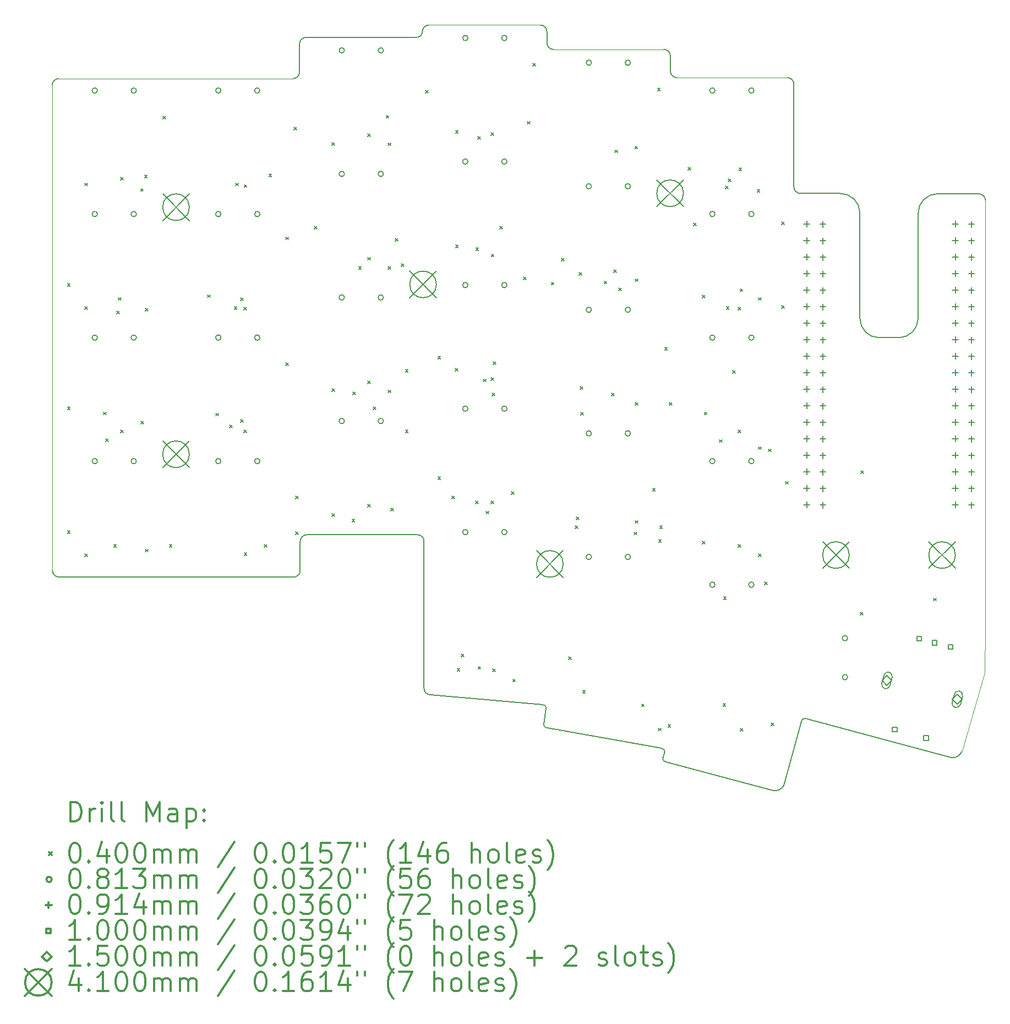
<source format=gbr>
%FSLAX45Y45*%
G04 Gerber Fmt 4.5, Leading zero omitted, Abs format (unit mm)*
G04 Created by KiCad (PCBNEW 5.1.10) date 2021-09-07 21:42:00*
%MOMM*%
%LPD*%
G01*
G04 APERTURE LIST*
%TA.AperFunction,Profile*%
%ADD10C,0.150000*%
%TD*%
%TA.AperFunction,Profile*%
%ADD11C,0.100000*%
%TD*%
%ADD12C,0.200000*%
%ADD13C,0.300000*%
G04 APERTURE END LIST*
D10*
X21361389Y-15695509D02*
G75*
G02*
X21190000Y-15800000I-151389J55509D01*
G01*
X14915000Y-14985000D02*
G75*
G02*
X14965000Y-15035000I0J-50000D01*
G01*
X14977500Y-15340000D02*
G75*
G02*
X14927500Y-15290000I0J50000D01*
G01*
X16737500Y-15655000D02*
G75*
G02*
X16787500Y-15705000I0J-50000D01*
G01*
X16757500Y-15810000D02*
X16787500Y-15705000D01*
X16807500Y-15860000D02*
G75*
G02*
X16757500Y-15810000I0J50000D01*
G01*
X14965000Y-15035000D02*
X14927500Y-15290000D01*
X18985000Y-15200000D02*
X21190000Y-15800000D01*
X20985000Y-7125000D02*
X21620000Y-7125000D01*
X18775000Y-5440000D02*
X18775000Y-7020000D01*
X16875000Y-5005000D02*
X16875000Y-5240000D01*
X14975000Y-4630000D02*
X14975000Y-4805000D01*
X14875000Y-4530000D02*
G75*
G02*
X14975000Y-4630000I0J-100000D01*
G01*
D11*
X11070000Y-5355000D02*
X7465000Y-5355000D01*
X7365000Y-5455000D02*
X7370000Y-12920000D01*
X21710000Y-14490000D02*
X21715000Y-13810000D01*
X21715000Y-13810000D02*
X21720000Y-7225000D01*
X18675000Y-5340000D02*
X16975000Y-5340000D01*
X16775000Y-4905000D02*
X15075000Y-4905000D01*
X14875000Y-4530000D02*
X13160000Y-4530000D01*
D10*
X18620242Y-16224575D02*
X18900559Y-15210915D01*
X18900559Y-15210915D02*
G75*
G02*
X18985000Y-15200000I54441J-89085D01*
G01*
X18620242Y-16224575D02*
G75*
G02*
X18460000Y-16305000I-140242J79575D01*
G01*
X20685000Y-9040000D02*
G75*
G02*
X20385000Y-9340000I-300000J0D01*
G01*
X20090000Y-9340000D02*
G75*
G02*
X19790000Y-9040000I0J300000D01*
G01*
X20385000Y-9340000D02*
X20090000Y-9340000D01*
X20685000Y-7425000D02*
X20685000Y-9040000D01*
X19790000Y-7420000D02*
X19790000Y-9040000D01*
X20685000Y-7425000D02*
G75*
G02*
X20985000Y-7125000I300000J0D01*
G01*
X19485001Y-7120042D02*
G75*
G02*
X19790000Y-7420000I4999J-299958D01*
G01*
X13185000Y-14832500D02*
G75*
G02*
X13085000Y-14732500I0J100000D01*
G01*
X12985000Y-12370000D02*
G75*
G02*
X13085000Y-12470000I0J-100000D01*
G01*
X11180000Y-12470000D02*
G75*
G02*
X11280000Y-12370000I100000J0D01*
G01*
X11180000Y-12920000D02*
G75*
G02*
X11080000Y-13020000I-100000J0D01*
G01*
X11180000Y-12470000D02*
X11180000Y-12920000D01*
X12985000Y-12370000D02*
X11280000Y-12370000D01*
X13085000Y-14732500D02*
X13085000Y-12470000D01*
X16807500Y-15860000D02*
X18460000Y-16305000D01*
X14977500Y-15340000D02*
X16737500Y-15655000D01*
X13185000Y-14832500D02*
X14915000Y-14985000D01*
X7470000Y-13020000D02*
X11080000Y-13020000D01*
X15075000Y-4905000D02*
G75*
G02*
X14975000Y-4805000I0J100000D01*
G01*
X13060290Y-4634502D02*
G75*
G02*
X12965000Y-4720000I-90041J4502D01*
G01*
X7470000Y-13020000D02*
G75*
G02*
X7370000Y-12920000I0J100000D01*
G01*
X18875000Y-7120000D02*
G75*
G02*
X18775000Y-7020000I0J100000D01*
G01*
X18875000Y-7120000D02*
X19485000Y-7120000D01*
X16975000Y-5340000D02*
G75*
G02*
X16875000Y-5240000I0J100000D01*
G01*
X11270000Y-4720000D02*
X12965000Y-4720000D01*
X11170000Y-5255000D02*
X11170000Y-4820000D01*
X7365000Y-5455000D02*
G75*
G02*
X7465000Y-5355000I100000J0D01*
G01*
X21620000Y-7125000D02*
G75*
G02*
X21720000Y-7225000I0J-100000D01*
G01*
X18675000Y-5340000D02*
G75*
G02*
X18775000Y-5440000I0J-100000D01*
G01*
X16775000Y-4905000D02*
G75*
G02*
X16875000Y-5005000I0J-100000D01*
G01*
X13060102Y-4634510D02*
G75*
G02*
X13160000Y-4530000I99898J4510D01*
G01*
X11170000Y-4820000D02*
G75*
G02*
X11270000Y-4720000I100000J0D01*
G01*
X11170000Y-5255000D02*
G75*
G02*
X11070000Y-5355000I-100000J0D01*
G01*
D11*
X21361389Y-15695509D02*
X21710000Y-14490000D01*
D12*
X7600000Y-8509520D02*
X7640000Y-8549520D01*
X7640000Y-8509520D02*
X7600000Y-8549520D01*
X7600000Y-10402190D02*
X7640000Y-10442190D01*
X7640000Y-10402190D02*
X7600000Y-10442190D01*
X7600000Y-12311220D02*
X7640000Y-12351220D01*
X7640000Y-12311220D02*
X7600000Y-12351220D01*
X7867330Y-6962000D02*
X7907330Y-7002000D01*
X7907330Y-6962000D02*
X7867330Y-7002000D01*
X7867330Y-12662000D02*
X7907330Y-12702000D01*
X7907330Y-12662000D02*
X7867330Y-12702000D01*
X7869940Y-8862000D02*
X7909940Y-8902000D01*
X7909940Y-8862000D02*
X7869940Y-8902000D01*
X8152510Y-10484970D02*
X8192510Y-10524970D01*
X8192510Y-10484970D02*
X8152510Y-10524970D01*
X8187150Y-10896550D02*
X8227150Y-10936550D01*
X8227150Y-10896550D02*
X8187150Y-10936550D01*
X8311810Y-12522000D02*
X8351810Y-12562000D01*
X8351810Y-12522000D02*
X8311810Y-12562000D01*
X8359040Y-8929770D02*
X8399040Y-8969770D01*
X8399040Y-8929770D02*
X8359040Y-8969770D01*
X8381650Y-8722000D02*
X8421650Y-8762000D01*
X8421650Y-8722000D02*
X8381650Y-8762000D01*
X8416650Y-10762000D02*
X8456650Y-10802000D01*
X8456650Y-10762000D02*
X8416650Y-10802000D01*
X8417130Y-6872700D02*
X8457130Y-6912700D01*
X8457130Y-6872700D02*
X8417130Y-6912700D01*
X8726380Y-7046310D02*
X8766380Y-7086310D01*
X8766380Y-7046310D02*
X8726380Y-7086310D01*
X8732590Y-10622000D02*
X8772590Y-10662000D01*
X8772590Y-10622000D02*
X8732590Y-10662000D01*
X8786440Y-6837940D02*
X8826440Y-6877940D01*
X8826440Y-6837940D02*
X8786440Y-6877940D01*
X8796120Y-8889590D02*
X8836120Y-8929590D01*
X8836120Y-8889590D02*
X8796120Y-8929590D01*
X8796120Y-12592000D02*
X8836120Y-12632000D01*
X8836120Y-12592000D02*
X8796120Y-12632000D01*
X9068450Y-5931540D02*
X9108450Y-5971540D01*
X9108450Y-5931540D02*
X9068450Y-5971540D01*
X9166250Y-12522000D02*
X9206250Y-12562000D01*
X9206250Y-12522000D02*
X9166250Y-12562000D01*
X9756440Y-8680950D02*
X9796440Y-8720950D01*
X9796440Y-8680950D02*
X9756440Y-8720950D01*
X9885440Y-10501790D02*
X9925440Y-10541790D01*
X9925440Y-10501790D02*
X9885440Y-10541790D01*
X10094850Y-10685900D02*
X10134850Y-10725900D01*
X10134850Y-10685900D02*
X10094850Y-10725900D01*
X10166740Y-8862000D02*
X10206740Y-8902000D01*
X10206740Y-8862000D02*
X10166740Y-8902000D01*
X10189780Y-6962000D02*
X10229780Y-7002000D01*
X10229780Y-6962000D02*
X10189780Y-7002000D01*
X10264580Y-8730410D02*
X10304580Y-8770410D01*
X10304580Y-8730410D02*
X10264580Y-8770410D01*
X10264790Y-10597730D02*
X10304790Y-10637730D01*
X10304790Y-10597730D02*
X10264790Y-10637730D01*
X10316130Y-8868550D02*
X10356130Y-8908550D01*
X10356130Y-8868550D02*
X10316130Y-8908550D01*
X10317180Y-10762000D02*
X10357180Y-10802000D01*
X10357180Y-10762000D02*
X10317180Y-10802000D01*
X10317980Y-12645850D02*
X10357980Y-12685850D01*
X10357980Y-12645850D02*
X10317980Y-12685850D01*
X10318900Y-6986410D02*
X10358900Y-7026410D01*
X10358900Y-6986410D02*
X10318900Y-7026410D01*
X10630680Y-12522000D02*
X10670680Y-12562000D01*
X10670680Y-12522000D02*
X10630680Y-12562000D01*
X10699720Y-6822000D02*
X10739720Y-6862000D01*
X10739720Y-6822000D02*
X10699720Y-6862000D01*
X10955160Y-7791480D02*
X10995160Y-7831480D01*
X10995160Y-7791480D02*
X10955160Y-7831480D01*
X10955160Y-9724500D02*
X10995160Y-9764500D01*
X10995160Y-9724500D02*
X10955160Y-9764500D01*
X11085220Y-6104000D02*
X11125220Y-6144000D01*
X11125220Y-6104000D02*
X11085220Y-6144000D01*
X11108170Y-11774180D02*
X11148170Y-11814180D01*
X11148170Y-11774180D02*
X11108170Y-11814180D01*
X11108170Y-12326080D02*
X11148170Y-12366080D01*
X11148170Y-12326080D02*
X11108170Y-12366080D01*
X11400000Y-7625310D02*
X11440000Y-7665310D01*
X11440000Y-7625310D02*
X11400000Y-7665310D01*
X11667190Y-6341420D02*
X11707190Y-6381420D01*
X11707190Y-6341420D02*
X11667190Y-6381420D01*
X11669050Y-10126760D02*
X11709050Y-10166760D01*
X11709050Y-10126760D02*
X11669050Y-10166760D01*
X11669800Y-12044500D02*
X11709800Y-12084500D01*
X11709800Y-12044500D02*
X11669800Y-12084500D01*
X11977200Y-12128390D02*
X12017200Y-12168390D01*
X12017200Y-12128390D02*
X11977200Y-12168390D01*
X11990050Y-10172650D02*
X12030050Y-10212650D01*
X12030050Y-10172650D02*
X11990050Y-10212650D01*
X12078820Y-8244500D02*
X12118820Y-8284500D01*
X12118820Y-8244500D02*
X12078820Y-8284500D01*
X12218140Y-8104500D02*
X12258140Y-8144500D01*
X12258140Y-8104500D02*
X12218140Y-8144500D01*
X12218140Y-10004500D02*
X12258140Y-10044500D01*
X12258140Y-10004500D02*
X12218140Y-10044500D01*
X12218140Y-11904500D02*
X12258140Y-11944500D01*
X12258140Y-11904500D02*
X12218140Y-11944500D01*
X12218390Y-6204500D02*
X12258390Y-6244500D01*
X12258390Y-6204500D02*
X12218390Y-6244500D01*
X12302310Y-10406660D02*
X12342310Y-10446660D01*
X12342310Y-10406660D02*
X12302310Y-10446660D01*
X12502510Y-5920750D02*
X12542510Y-5960750D01*
X12542510Y-5920750D02*
X12502510Y-5960750D01*
X12530250Y-6344500D02*
X12570250Y-6384500D01*
X12570250Y-6344500D02*
X12530250Y-6384500D01*
X12530930Y-10144500D02*
X12570930Y-10184500D01*
X12570930Y-10144500D02*
X12530930Y-10184500D01*
X12531970Y-8244500D02*
X12571970Y-8284500D01*
X12571970Y-8244500D02*
X12531970Y-8284500D01*
X12573550Y-11958640D02*
X12613550Y-11998640D01*
X12613550Y-11958640D02*
X12573550Y-11998640D01*
X12642910Y-7812720D02*
X12682910Y-7852720D01*
X12682910Y-7812720D02*
X12642910Y-7852720D01*
X12732990Y-8201650D02*
X12772990Y-8241650D01*
X12772990Y-8201650D02*
X12732990Y-8241650D01*
X12800000Y-9826630D02*
X12840000Y-9866630D01*
X12840000Y-9826630D02*
X12800000Y-9866630D01*
X12800000Y-10760920D02*
X12840000Y-10800920D01*
X12840000Y-10760920D02*
X12800000Y-10800920D01*
X13106420Y-5537960D02*
X13146420Y-5577960D01*
X13146420Y-5537960D02*
X13106420Y-5577960D01*
X13300000Y-9624030D02*
X13340000Y-9664030D01*
X13340000Y-9624030D02*
X13300000Y-9664030D01*
X13300000Y-11478360D02*
X13340000Y-11518360D01*
X13340000Y-11478360D02*
X13300000Y-11518360D01*
X13517170Y-11774180D02*
X13557170Y-11814180D01*
X13557170Y-11774180D02*
X13517170Y-11814180D01*
X13568700Y-9808130D02*
X13608700Y-9848130D01*
X13608700Y-9808130D02*
X13568700Y-9848130D01*
X13569690Y-6154500D02*
X13609690Y-6194500D01*
X13609690Y-6154500D02*
X13569690Y-6194500D01*
X13569770Y-7914500D02*
X13609770Y-7954500D01*
X13609770Y-7914500D02*
X13569770Y-7954500D01*
X13594650Y-14428480D02*
X13634650Y-14468480D01*
X13634650Y-14428480D02*
X13594650Y-14468480D01*
X13658870Y-14202960D02*
X13698870Y-14242960D01*
X13698870Y-14202960D02*
X13658870Y-14242960D01*
X13880630Y-11854500D02*
X13920630Y-11894500D01*
X13920630Y-11854500D02*
X13880630Y-11894500D01*
X13883600Y-7954540D02*
X13923600Y-7994540D01*
X13923600Y-7954540D02*
X13883600Y-7994540D01*
X13915260Y-6247020D02*
X13955260Y-6287020D01*
X13955260Y-6247020D02*
X13915260Y-6287020D01*
X13916080Y-14396200D02*
X13956080Y-14436200D01*
X13956080Y-14396200D02*
X13916080Y-14436200D01*
X13999100Y-9977030D02*
X14039100Y-10017030D01*
X14039100Y-9977030D02*
X13999100Y-10017030D01*
X14036950Y-12008980D02*
X14076950Y-12048980D01*
X14076950Y-12008980D02*
X14036950Y-12048980D01*
X14117270Y-6184720D02*
X14157270Y-6224720D01*
X14157270Y-6184720D02*
X14117270Y-6224720D01*
X14117760Y-9954500D02*
X14157760Y-9994500D01*
X14157760Y-9954500D02*
X14117760Y-9994500D01*
X14117820Y-11854500D02*
X14157820Y-11894500D01*
X14157820Y-11854500D02*
X14117820Y-11894500D01*
X14119100Y-8054500D02*
X14159100Y-8094500D01*
X14159100Y-8054500D02*
X14119100Y-8094500D01*
X14132630Y-10194770D02*
X14172630Y-10234770D01*
X14172630Y-10194770D02*
X14132630Y-10234770D01*
X14141790Y-14433630D02*
X14181790Y-14473630D01*
X14181790Y-14433630D02*
X14141790Y-14473630D01*
X14147490Y-9706550D02*
X14187490Y-9746550D01*
X14187490Y-9706550D02*
X14147490Y-9746550D01*
X14251090Y-7628030D02*
X14291090Y-7668030D01*
X14291090Y-7628030D02*
X14251090Y-7668030D01*
X14431600Y-11709790D02*
X14471600Y-11749790D01*
X14471600Y-11709790D02*
X14431600Y-11749790D01*
X14451490Y-14591570D02*
X14491490Y-14631570D01*
X14491490Y-14591570D02*
X14451490Y-14631570D01*
X14614450Y-8402550D02*
X14654450Y-8442550D01*
X14654450Y-8402550D02*
X14614450Y-8442550D01*
X14676250Y-6014500D02*
X14716250Y-6054500D01*
X14716250Y-6014500D02*
X14676250Y-6054500D01*
X14756490Y-5121670D02*
X14796490Y-5161670D01*
X14796490Y-5121670D02*
X14756490Y-5161670D01*
X15042490Y-8485650D02*
X15082490Y-8525650D01*
X15082490Y-8485650D02*
X15042490Y-8525650D01*
X15200000Y-8116140D02*
X15240000Y-8156140D01*
X15240000Y-8116140D02*
X15200000Y-8156140D01*
X15312430Y-14245920D02*
X15352430Y-14285920D01*
X15352430Y-14245920D02*
X15312430Y-14285920D01*
X15411600Y-12234500D02*
X15451600Y-12274500D01*
X15451600Y-12234500D02*
X15411600Y-12274500D01*
X15430600Y-12094500D02*
X15470600Y-12134500D01*
X15470600Y-12094500D02*
X15430600Y-12134500D01*
X15469460Y-8336690D02*
X15509460Y-8376690D01*
X15509460Y-8336690D02*
X15469460Y-8376690D01*
X15488890Y-10093370D02*
X15528890Y-10133370D01*
X15528890Y-10093370D02*
X15488890Y-10133370D01*
X15497490Y-10490040D02*
X15537490Y-10530040D01*
X15537490Y-10490040D02*
X15497490Y-10530040D01*
X15525480Y-14764880D02*
X15565480Y-14804880D01*
X15565480Y-14764880D02*
X15525480Y-14804880D01*
X15856690Y-8468260D02*
X15896690Y-8508260D01*
X15896690Y-8468260D02*
X15856690Y-8508260D01*
X15972200Y-10194500D02*
X16012200Y-10234500D01*
X16012200Y-10194500D02*
X15972200Y-10234500D01*
X16005260Y-8294500D02*
X16045260Y-8334500D01*
X16045260Y-8294500D02*
X16005260Y-8334500D01*
X16019340Y-6453250D02*
X16059340Y-6493250D01*
X16059340Y-6453250D02*
X16019340Y-6493250D01*
X16079200Y-8573560D02*
X16119200Y-8613560D01*
X16119200Y-8573560D02*
X16079200Y-8613560D01*
X16315250Y-12330260D02*
X16355250Y-12370260D01*
X16355250Y-12330260D02*
X16315250Y-12370260D01*
X16331080Y-6394500D02*
X16371080Y-6434500D01*
X16371080Y-6394500D02*
X16331080Y-6434500D01*
X16332440Y-8434500D02*
X16372440Y-8474500D01*
X16372440Y-8434500D02*
X16332440Y-8474500D01*
X16332440Y-10334500D02*
X16372440Y-10374500D01*
X16372440Y-10334500D02*
X16332440Y-10374500D01*
X16334310Y-12151650D02*
X16374310Y-12191650D01*
X16374310Y-12151650D02*
X16334310Y-12191650D01*
X16431750Y-14971470D02*
X16471750Y-15011470D01*
X16471750Y-14971470D02*
X16431750Y-15011470D01*
X16600000Y-11655390D02*
X16640000Y-11695390D01*
X16640000Y-11655390D02*
X16600000Y-11695390D01*
X16677250Y-5502910D02*
X16717250Y-5542910D01*
X16717250Y-5502910D02*
X16677250Y-5542910D01*
X16689700Y-15343780D02*
X16729700Y-15383780D01*
X16729700Y-15343780D02*
X16689700Y-15383780D01*
X16695120Y-12445050D02*
X16735120Y-12485050D01*
X16735120Y-12445050D02*
X16695120Y-12485050D01*
X16711330Y-12230310D02*
X16751330Y-12270310D01*
X16751330Y-12230310D02*
X16711330Y-12270310D01*
X16787120Y-9486390D02*
X16827120Y-9526390D01*
X16827120Y-9486390D02*
X16787120Y-9526390D01*
X16839030Y-15288550D02*
X16879030Y-15328550D01*
X16879030Y-15288550D02*
X16839030Y-15328550D01*
X16859030Y-10334500D02*
X16899030Y-10374500D01*
X16899030Y-10334500D02*
X16859030Y-10374500D01*
X17147670Y-6722890D02*
X17187670Y-6762890D01*
X17187670Y-6722890D02*
X17147670Y-6762890D01*
X17234480Y-7578790D02*
X17274480Y-7618790D01*
X17274480Y-7578790D02*
X17234480Y-7618790D01*
X17368350Y-12467260D02*
X17408350Y-12507260D01*
X17408350Y-12467260D02*
X17368350Y-12507260D01*
X17369000Y-8685400D02*
X17409000Y-8725400D01*
X17409000Y-8685400D02*
X17369000Y-8725400D01*
X17397490Y-10484970D02*
X17437490Y-10524970D01*
X17437490Y-10484970D02*
X17397490Y-10524970D01*
X17628910Y-10908010D02*
X17668910Y-10948010D01*
X17668910Y-10908010D02*
X17628910Y-10948010D01*
X17684510Y-14965790D02*
X17724510Y-15005790D01*
X17724510Y-14965790D02*
X17684510Y-15005790D01*
X17694030Y-13325230D02*
X17734030Y-13365230D01*
X17734030Y-13325230D02*
X17694030Y-13365230D01*
X17722200Y-7011620D02*
X17762200Y-7051620D01*
X17762200Y-7011620D02*
X17722200Y-7051620D01*
X17736580Y-8862000D02*
X17776580Y-8902000D01*
X17776580Y-8862000D02*
X17736580Y-8902000D01*
X17765060Y-6898790D02*
X17805060Y-6938790D01*
X17805060Y-6898790D02*
X17765060Y-6938790D01*
X17835590Y-9847550D02*
X17875590Y-9887550D01*
X17875590Y-9847550D02*
X17835590Y-9887550D01*
X17919050Y-8868550D02*
X17959050Y-8908550D01*
X17959050Y-8868550D02*
X17919050Y-8908550D01*
X17919190Y-10762000D02*
X17959190Y-10802000D01*
X17959190Y-10762000D02*
X17919190Y-10802000D01*
X17919810Y-12522000D02*
X17959810Y-12562000D01*
X17959810Y-12522000D02*
X17919810Y-12562000D01*
X17929170Y-6732080D02*
X17969170Y-6772080D01*
X17969170Y-6732080D02*
X17929170Y-6772080D01*
X17947490Y-8588250D02*
X17987490Y-8628250D01*
X17987490Y-8588250D02*
X17947490Y-8628250D01*
X17949240Y-15346080D02*
X17989240Y-15386080D01*
X17989240Y-15346080D02*
X17949240Y-15386080D01*
X18210720Y-7062130D02*
X18250720Y-7102130D01*
X18250720Y-7062130D02*
X18210720Y-7102130D01*
X18228640Y-11016520D02*
X18268640Y-11056520D01*
X18268640Y-11016520D02*
X18228640Y-11056520D01*
X18230480Y-8722000D02*
X18270480Y-8762000D01*
X18270480Y-8722000D02*
X18230480Y-8762000D01*
X18232110Y-12662000D02*
X18272110Y-12702000D01*
X18272110Y-12662000D02*
X18232110Y-12702000D01*
X18323770Y-13093300D02*
X18363770Y-13133300D01*
X18363770Y-13093300D02*
X18323770Y-13133300D01*
X18382380Y-11051740D02*
X18422380Y-11091740D01*
X18422380Y-11051740D02*
X18382380Y-11091740D01*
X18426720Y-15263560D02*
X18466720Y-15303560D01*
X18466720Y-15263560D02*
X18426720Y-15303560D01*
X18584090Y-7559100D02*
X18624090Y-7599100D01*
X18624090Y-7559100D02*
X18584090Y-7599100D01*
X18584090Y-8846140D02*
X18624090Y-8886140D01*
X18624090Y-8846140D02*
X18584090Y-8886140D01*
X18645360Y-11549930D02*
X18685360Y-11589930D01*
X18685360Y-11549930D02*
X18645360Y-11589930D01*
X19800000Y-13560000D02*
X19840000Y-13600000D01*
X19840000Y-13560000D02*
X19800000Y-13600000D01*
X19805010Y-11384990D02*
X19845010Y-11424990D01*
X19845010Y-11384990D02*
X19805010Y-11424990D01*
X20921210Y-13347020D02*
X20961210Y-13387020D01*
X20961210Y-13347020D02*
X20921210Y-13387020D01*
X8060640Y-5537560D02*
G75*
G03*
X8060640Y-5537560I-40640J0D01*
G01*
X8060640Y-7437560D02*
G75*
G03*
X8060640Y-7437560I-40640J0D01*
G01*
X8060640Y-9337560D02*
G75*
G03*
X8060640Y-9337560I-40640J0D01*
G01*
X8060640Y-11237600D02*
G75*
G03*
X8060640Y-11237600I-40640J0D01*
G01*
X8660640Y-5537560D02*
G75*
G03*
X8660640Y-5537560I-40640J0D01*
G01*
X8660640Y-7437560D02*
G75*
G03*
X8660640Y-7437560I-40640J0D01*
G01*
X8660640Y-9337560D02*
G75*
G03*
X8660640Y-9337560I-40640J0D01*
G01*
X8660640Y-11237600D02*
G75*
G03*
X8660640Y-11237600I-40640J0D01*
G01*
X9960640Y-5537560D02*
G75*
G03*
X9960640Y-5537560I-40640J0D01*
G01*
X9960640Y-7437560D02*
G75*
G03*
X9960640Y-7437560I-40640J0D01*
G01*
X9960640Y-9337560D02*
G75*
G03*
X9960640Y-9337560I-40640J0D01*
G01*
X9960640Y-11237600D02*
G75*
G03*
X9960640Y-11237600I-40640J0D01*
G01*
X10560640Y-5537560D02*
G75*
G03*
X10560640Y-5537560I-40640J0D01*
G01*
X10560640Y-7437560D02*
G75*
G03*
X10560640Y-7437560I-40640J0D01*
G01*
X10560640Y-9337560D02*
G75*
G03*
X10560640Y-9337560I-40640J0D01*
G01*
X10560640Y-11237600D02*
G75*
G03*
X10560640Y-11237600I-40640J0D01*
G01*
X11860640Y-4920060D02*
G75*
G03*
X11860640Y-4920060I-40640J0D01*
G01*
X11860640Y-6820060D02*
G75*
G03*
X11860640Y-6820060I-40640J0D01*
G01*
X11860640Y-8720060D02*
G75*
G03*
X11860640Y-8720060I-40640J0D01*
G01*
X11860640Y-10620100D02*
G75*
G03*
X11860640Y-10620100I-40640J0D01*
G01*
X12460640Y-4920060D02*
G75*
G03*
X12460640Y-4920060I-40640J0D01*
G01*
X12460640Y-6820060D02*
G75*
G03*
X12460640Y-6820060I-40640J0D01*
G01*
X12460640Y-8720060D02*
G75*
G03*
X12460640Y-8720060I-40640J0D01*
G01*
X12460640Y-10620100D02*
G75*
G03*
X12460640Y-10620100I-40640J0D01*
G01*
X13760640Y-4730060D02*
G75*
G03*
X13760640Y-4730060I-40640J0D01*
G01*
X13760640Y-6630060D02*
G75*
G03*
X13760640Y-6630060I-40640J0D01*
G01*
X13760640Y-8530060D02*
G75*
G03*
X13760640Y-8530060I-40640J0D01*
G01*
X13760640Y-10430100D02*
G75*
G03*
X13760640Y-10430100I-40640J0D01*
G01*
X13760640Y-12330100D02*
G75*
G03*
X13760640Y-12330100I-40640J0D01*
G01*
X14360640Y-4730060D02*
G75*
G03*
X14360640Y-4730060I-40640J0D01*
G01*
X14360640Y-6630060D02*
G75*
G03*
X14360640Y-6630060I-40640J0D01*
G01*
X14360640Y-8530060D02*
G75*
G03*
X14360640Y-8530060I-40640J0D01*
G01*
X14360640Y-10430100D02*
G75*
G03*
X14360640Y-10430100I-40640J0D01*
G01*
X14360640Y-12330100D02*
G75*
G03*
X14360640Y-12330100I-40640J0D01*
G01*
X15660640Y-5110060D02*
G75*
G03*
X15660640Y-5110060I-40640J0D01*
G01*
X15660640Y-7010060D02*
G75*
G03*
X15660640Y-7010060I-40640J0D01*
G01*
X15660640Y-8910060D02*
G75*
G03*
X15660640Y-8910060I-40640J0D01*
G01*
X15660640Y-10810100D02*
G75*
G03*
X15660640Y-10810100I-40640J0D01*
G01*
X15660640Y-12710100D02*
G75*
G03*
X15660640Y-12710100I-40640J0D01*
G01*
X16260640Y-5110060D02*
G75*
G03*
X16260640Y-5110060I-40640J0D01*
G01*
X16260640Y-7010060D02*
G75*
G03*
X16260640Y-7010060I-40640J0D01*
G01*
X16260640Y-8910060D02*
G75*
G03*
X16260640Y-8910060I-40640J0D01*
G01*
X16260640Y-10810100D02*
G75*
G03*
X16260640Y-10810100I-40640J0D01*
G01*
X16260640Y-12710100D02*
G75*
G03*
X16260640Y-12710100I-40640J0D01*
G01*
X17560640Y-5537560D02*
G75*
G03*
X17560640Y-5537560I-40640J0D01*
G01*
X17560640Y-7437560D02*
G75*
G03*
X17560640Y-7437560I-40640J0D01*
G01*
X17560640Y-9337560D02*
G75*
G03*
X17560640Y-9337560I-40640J0D01*
G01*
X17560640Y-11237600D02*
G75*
G03*
X17560640Y-11237600I-40640J0D01*
G01*
X17560640Y-13137600D02*
G75*
G03*
X17560640Y-13137600I-40640J0D01*
G01*
X18160640Y-5537560D02*
G75*
G03*
X18160640Y-5537560I-40640J0D01*
G01*
X18160640Y-7437560D02*
G75*
G03*
X18160640Y-7437560I-40640J0D01*
G01*
X18160640Y-9337560D02*
G75*
G03*
X18160640Y-9337560I-40640J0D01*
G01*
X18160640Y-11237600D02*
G75*
G03*
X18160640Y-11237600I-40640J0D01*
G01*
X18160640Y-13137600D02*
G75*
G03*
X18160640Y-13137600I-40640J0D01*
G01*
X19600640Y-13960000D02*
G75*
G03*
X19600640Y-13960000I-40640J0D01*
G01*
X19600640Y-14560000D02*
G75*
G03*
X19600640Y-14560000I-40640J0D01*
G01*
X18973503Y-7544275D02*
X18973503Y-7635715D01*
X18927783Y-7589995D02*
X19019223Y-7589995D01*
X18973503Y-7798275D02*
X18973503Y-7889715D01*
X18927783Y-7843995D02*
X19019223Y-7843995D01*
X18973503Y-8052275D02*
X18973503Y-8143715D01*
X18927783Y-8097995D02*
X19019223Y-8097995D01*
X18973503Y-8306275D02*
X18973503Y-8397715D01*
X18927783Y-8351995D02*
X19019223Y-8351995D01*
X18973503Y-8560275D02*
X18973503Y-8651715D01*
X18927783Y-8605995D02*
X19019223Y-8605995D01*
X18973503Y-8814275D02*
X18973503Y-8905715D01*
X18927783Y-8859995D02*
X19019223Y-8859995D01*
X18973503Y-9068275D02*
X18973503Y-9159715D01*
X18927783Y-9113995D02*
X19019223Y-9113995D01*
X18973503Y-9322275D02*
X18973503Y-9413715D01*
X18927783Y-9367995D02*
X19019223Y-9367995D01*
X18973503Y-9576275D02*
X18973503Y-9667715D01*
X18927783Y-9621995D02*
X19019223Y-9621995D01*
X18973503Y-9830275D02*
X18973503Y-9921715D01*
X18927783Y-9875995D02*
X19019223Y-9875995D01*
X18973503Y-10084275D02*
X18973503Y-10175715D01*
X18927783Y-10129995D02*
X19019223Y-10129995D01*
X18973503Y-10338275D02*
X18973503Y-10429715D01*
X18927783Y-10383995D02*
X19019223Y-10383995D01*
X18973503Y-10592275D02*
X18973503Y-10683715D01*
X18927783Y-10637995D02*
X19019223Y-10637995D01*
X18973503Y-10846275D02*
X18973503Y-10937715D01*
X18927783Y-10891995D02*
X19019223Y-10891995D01*
X18973503Y-11100275D02*
X18973503Y-11191715D01*
X18927783Y-11145995D02*
X19019223Y-11145995D01*
X18973503Y-11354275D02*
X18973503Y-11445715D01*
X18927783Y-11399995D02*
X19019223Y-11399995D01*
X18973503Y-11608275D02*
X18973503Y-11699715D01*
X18927783Y-11653995D02*
X19019223Y-11653995D01*
X18973503Y-11862275D02*
X18973503Y-11953715D01*
X18927783Y-11907995D02*
X19019223Y-11907995D01*
X19220498Y-7549275D02*
X19220498Y-7640715D01*
X19174778Y-7594995D02*
X19266218Y-7594995D01*
X19220498Y-7803275D02*
X19220498Y-7894715D01*
X19174778Y-7848995D02*
X19266218Y-7848995D01*
X19220498Y-8057275D02*
X19220498Y-8148715D01*
X19174778Y-8102995D02*
X19266218Y-8102995D01*
X19220498Y-8311275D02*
X19220498Y-8402715D01*
X19174778Y-8356995D02*
X19266218Y-8356995D01*
X19220498Y-8565275D02*
X19220498Y-8656715D01*
X19174778Y-8610995D02*
X19266218Y-8610995D01*
X19220498Y-8819275D02*
X19220498Y-8910715D01*
X19174778Y-8864995D02*
X19266218Y-8864995D01*
X19220498Y-9073275D02*
X19220498Y-9164715D01*
X19174778Y-9118995D02*
X19266218Y-9118995D01*
X19220498Y-9327275D02*
X19220498Y-9418715D01*
X19174778Y-9372995D02*
X19266218Y-9372995D01*
X19220498Y-9581275D02*
X19220498Y-9672715D01*
X19174778Y-9626995D02*
X19266218Y-9626995D01*
X19220498Y-9835275D02*
X19220498Y-9926715D01*
X19174778Y-9880995D02*
X19266218Y-9880995D01*
X19220498Y-10089275D02*
X19220498Y-10180715D01*
X19174778Y-10134995D02*
X19266218Y-10134995D01*
X19220498Y-10343275D02*
X19220498Y-10434715D01*
X19174778Y-10388995D02*
X19266218Y-10388995D01*
X19220498Y-10597275D02*
X19220498Y-10688715D01*
X19174778Y-10642995D02*
X19266218Y-10642995D01*
X19220498Y-10851275D02*
X19220498Y-10942715D01*
X19174778Y-10896995D02*
X19266218Y-10896995D01*
X19220498Y-11105275D02*
X19220498Y-11196715D01*
X19174778Y-11150995D02*
X19266218Y-11150995D01*
X19220498Y-11359275D02*
X19220498Y-11450715D01*
X19174778Y-11404995D02*
X19266218Y-11404995D01*
X19220498Y-11613275D02*
X19220498Y-11704715D01*
X19174778Y-11658995D02*
X19266218Y-11658995D01*
X19220498Y-11867275D02*
X19220498Y-11958715D01*
X19174778Y-11912995D02*
X19266218Y-11912995D01*
X21259503Y-7544275D02*
X21259503Y-7635715D01*
X21213783Y-7589995D02*
X21305223Y-7589995D01*
X21259503Y-7798275D02*
X21259503Y-7889715D01*
X21213783Y-7843995D02*
X21305223Y-7843995D01*
X21259503Y-8052275D02*
X21259503Y-8143715D01*
X21213783Y-8097995D02*
X21305223Y-8097995D01*
X21259503Y-8306275D02*
X21259503Y-8397715D01*
X21213783Y-8351995D02*
X21305223Y-8351995D01*
X21259503Y-8560275D02*
X21259503Y-8651715D01*
X21213783Y-8605995D02*
X21305223Y-8605995D01*
X21259503Y-8814275D02*
X21259503Y-8905715D01*
X21213783Y-8859995D02*
X21305223Y-8859995D01*
X21259503Y-9068275D02*
X21259503Y-9159715D01*
X21213783Y-9113995D02*
X21305223Y-9113995D01*
X21259503Y-9322275D02*
X21259503Y-9413715D01*
X21213783Y-9367995D02*
X21305223Y-9367995D01*
X21259503Y-9576275D02*
X21259503Y-9667715D01*
X21213783Y-9621995D02*
X21305223Y-9621995D01*
X21259503Y-9830275D02*
X21259503Y-9921715D01*
X21213783Y-9875995D02*
X21305223Y-9875995D01*
X21259503Y-10084275D02*
X21259503Y-10175715D01*
X21213783Y-10129995D02*
X21305223Y-10129995D01*
X21259503Y-10338275D02*
X21259503Y-10429715D01*
X21213783Y-10383995D02*
X21305223Y-10383995D01*
X21259503Y-10592275D02*
X21259503Y-10683715D01*
X21213783Y-10637995D02*
X21305223Y-10637995D01*
X21259503Y-10846275D02*
X21259503Y-10937715D01*
X21213783Y-10891995D02*
X21305223Y-10891995D01*
X21259503Y-11100275D02*
X21259503Y-11191715D01*
X21213783Y-11145995D02*
X21305223Y-11145995D01*
X21259503Y-11354275D02*
X21259503Y-11445715D01*
X21213783Y-11399995D02*
X21305223Y-11399995D01*
X21259503Y-11608275D02*
X21259503Y-11699715D01*
X21213783Y-11653995D02*
X21305223Y-11653995D01*
X21259503Y-11862275D02*
X21259503Y-11953715D01*
X21213783Y-11907995D02*
X21305223Y-11907995D01*
X21506498Y-7549275D02*
X21506498Y-7640715D01*
X21460778Y-7594995D02*
X21552218Y-7594995D01*
X21506498Y-7803275D02*
X21506498Y-7894715D01*
X21460778Y-7848995D02*
X21552218Y-7848995D01*
X21506498Y-8057275D02*
X21506498Y-8148715D01*
X21460778Y-8102995D02*
X21552218Y-8102995D01*
X21506498Y-8311275D02*
X21506498Y-8402715D01*
X21460778Y-8356995D02*
X21552218Y-8356995D01*
X21506498Y-8565275D02*
X21506498Y-8656715D01*
X21460778Y-8610995D02*
X21552218Y-8610995D01*
X21506498Y-8819275D02*
X21506498Y-8910715D01*
X21460778Y-8864995D02*
X21552218Y-8864995D01*
X21506498Y-9073275D02*
X21506498Y-9164715D01*
X21460778Y-9118995D02*
X21552218Y-9118995D01*
X21506498Y-9327275D02*
X21506498Y-9418715D01*
X21460778Y-9372995D02*
X21552218Y-9372995D01*
X21506498Y-9581275D02*
X21506498Y-9672715D01*
X21460778Y-9626995D02*
X21552218Y-9626995D01*
X21506498Y-9835275D02*
X21506498Y-9926715D01*
X21460778Y-9880995D02*
X21552218Y-9880995D01*
X21506498Y-10089275D02*
X21506498Y-10180715D01*
X21460778Y-10134995D02*
X21552218Y-10134995D01*
X21506498Y-10343275D02*
X21506498Y-10434715D01*
X21460778Y-10388995D02*
X21552218Y-10388995D01*
X21506498Y-10597275D02*
X21506498Y-10688715D01*
X21460778Y-10642995D02*
X21552218Y-10642995D01*
X21506498Y-10851275D02*
X21506498Y-10942715D01*
X21460778Y-10896995D02*
X21552218Y-10896995D01*
X21506498Y-11105275D02*
X21506498Y-11196715D01*
X21460778Y-11150995D02*
X21552218Y-11150995D01*
X21506498Y-11359275D02*
X21506498Y-11450715D01*
X21460778Y-11404995D02*
X21552218Y-11404995D01*
X21506498Y-11613275D02*
X21506498Y-11704715D01*
X21460778Y-11658995D02*
X21552218Y-11658995D01*
X21506498Y-11867275D02*
X21506498Y-11958715D01*
X21460778Y-11912995D02*
X21552218Y-11912995D01*
X20359801Y-15401499D02*
X20359801Y-15330788D01*
X20289090Y-15330788D01*
X20289090Y-15401499D01*
X20359801Y-15401499D01*
X20735089Y-14000907D02*
X20735089Y-13930195D01*
X20664377Y-13930195D01*
X20664377Y-14000907D01*
X20735089Y-14000907D01*
X20842764Y-15530908D02*
X20842764Y-15460197D01*
X20772052Y-15460197D01*
X20772052Y-15530908D01*
X20842764Y-15530908D01*
X20976570Y-14065611D02*
X20976570Y-13994900D01*
X20905859Y-13994900D01*
X20905859Y-14065611D01*
X20976570Y-14065611D01*
X21218051Y-14130316D02*
X21218051Y-14059605D01*
X21147340Y-14059605D01*
X21147340Y-14130316D01*
X21218051Y-14130316D01*
X20206182Y-14684761D02*
X20281182Y-14609761D01*
X20206182Y-14534761D01*
X20131182Y-14609761D01*
X20206182Y-14684761D01*
X20160220Y-14530153D02*
X20126573Y-14655723D01*
X20285790Y-14563799D02*
X20252143Y-14689370D01*
X20126573Y-14655723D02*
G75*
G03*
X20252144Y-14689370I62785J-16823D01*
G01*
X20285790Y-14563799D02*
G75*
G03*
X20160220Y-14530153I-62785J16823D01*
G01*
X21288019Y-14974639D02*
X21363019Y-14899639D01*
X21288019Y-14824639D01*
X21213019Y-14899639D01*
X21288019Y-14974639D01*
X21242057Y-14820030D02*
X21208410Y-14945601D01*
X21367627Y-14853677D02*
X21333980Y-14979247D01*
X21208410Y-14945601D02*
G75*
G03*
X21333981Y-14979247I62785J-16823D01*
G01*
X21367627Y-14853677D02*
G75*
G03*
X21242057Y-14820030I-62785J16823D01*
G01*
X9065000Y-7127000D02*
X9475000Y-7537000D01*
X9475000Y-7127000D02*
X9065000Y-7537000D01*
X9475000Y-7332000D02*
G75*
G03*
X9475000Y-7332000I-205000J0D01*
G01*
X9065000Y-10927000D02*
X9475000Y-11337000D01*
X9475000Y-10927000D02*
X9065000Y-11337000D01*
X9475000Y-11132000D02*
G75*
G03*
X9475000Y-11132000I-205000J0D01*
G01*
X12865000Y-8314500D02*
X13275000Y-8724500D01*
X13275000Y-8314500D02*
X12865000Y-8724500D01*
X13275000Y-8519500D02*
G75*
G03*
X13275000Y-8519500I-205000J0D01*
G01*
X14816100Y-12613600D02*
X15226100Y-13023600D01*
X15226100Y-12613600D02*
X14816100Y-13023600D01*
X15226100Y-12818600D02*
G75*
G03*
X15226100Y-12818600I-205000J0D01*
G01*
X16665000Y-6913250D02*
X17075000Y-7323250D01*
X17075000Y-6913250D02*
X16665000Y-7323250D01*
X17075000Y-7118250D02*
G75*
G03*
X17075000Y-7118250I-205000J0D01*
G01*
X19216300Y-12477000D02*
X19626300Y-12887000D01*
X19626300Y-12477000D02*
X19216300Y-12887000D01*
X19626300Y-12682000D02*
G75*
G03*
X19626300Y-12682000I-205000J0D01*
G01*
X20849000Y-12477000D02*
X21259000Y-12887000D01*
X21259000Y-12477000D02*
X20849000Y-12887000D01*
X21259000Y-12682000D02*
G75*
G03*
X21259000Y-12682000I-205000J0D01*
G01*
D13*
X7643928Y-16779459D02*
X7643928Y-16479459D01*
X7715357Y-16479459D01*
X7758214Y-16493745D01*
X7786786Y-16522317D01*
X7801071Y-16550888D01*
X7815357Y-16608031D01*
X7815357Y-16650888D01*
X7801071Y-16708031D01*
X7786786Y-16736602D01*
X7758214Y-16765174D01*
X7715357Y-16779459D01*
X7643928Y-16779459D01*
X7943928Y-16779459D02*
X7943928Y-16579459D01*
X7943928Y-16636602D02*
X7958214Y-16608031D01*
X7972500Y-16593745D01*
X8001071Y-16579459D01*
X8029643Y-16579459D01*
X8129643Y-16779459D02*
X8129643Y-16579459D01*
X8129643Y-16479459D02*
X8115357Y-16493745D01*
X8129643Y-16508031D01*
X8143928Y-16493745D01*
X8129643Y-16479459D01*
X8129643Y-16508031D01*
X8315357Y-16779459D02*
X8286786Y-16765174D01*
X8272500Y-16736602D01*
X8272500Y-16479459D01*
X8472500Y-16779459D02*
X8443928Y-16765174D01*
X8429643Y-16736602D01*
X8429643Y-16479459D01*
X8815357Y-16779459D02*
X8815357Y-16479459D01*
X8915357Y-16693745D01*
X9015357Y-16479459D01*
X9015357Y-16779459D01*
X9286786Y-16779459D02*
X9286786Y-16622317D01*
X9272500Y-16593745D01*
X9243928Y-16579459D01*
X9186786Y-16579459D01*
X9158214Y-16593745D01*
X9286786Y-16765174D02*
X9258214Y-16779459D01*
X9186786Y-16779459D01*
X9158214Y-16765174D01*
X9143928Y-16736602D01*
X9143928Y-16708031D01*
X9158214Y-16679459D01*
X9186786Y-16665174D01*
X9258214Y-16665174D01*
X9286786Y-16650888D01*
X9429643Y-16579459D02*
X9429643Y-16879459D01*
X9429643Y-16593745D02*
X9458214Y-16579459D01*
X9515357Y-16579459D01*
X9543928Y-16593745D01*
X9558214Y-16608031D01*
X9572500Y-16636602D01*
X9572500Y-16722317D01*
X9558214Y-16750888D01*
X9543928Y-16765174D01*
X9515357Y-16779459D01*
X9458214Y-16779459D01*
X9429643Y-16765174D01*
X9701071Y-16750888D02*
X9715357Y-16765174D01*
X9701071Y-16779459D01*
X9686786Y-16765174D01*
X9701071Y-16750888D01*
X9701071Y-16779459D01*
X9701071Y-16593745D02*
X9715357Y-16608031D01*
X9701071Y-16622317D01*
X9686786Y-16608031D01*
X9701071Y-16593745D01*
X9701071Y-16622317D01*
X7317500Y-17253745D02*
X7357500Y-17293745D01*
X7357500Y-17253745D02*
X7317500Y-17293745D01*
X7701071Y-17109459D02*
X7729643Y-17109459D01*
X7758214Y-17123745D01*
X7772500Y-17138031D01*
X7786786Y-17166602D01*
X7801071Y-17223745D01*
X7801071Y-17295174D01*
X7786786Y-17352317D01*
X7772500Y-17380888D01*
X7758214Y-17395174D01*
X7729643Y-17409459D01*
X7701071Y-17409459D01*
X7672500Y-17395174D01*
X7658214Y-17380888D01*
X7643928Y-17352317D01*
X7629643Y-17295174D01*
X7629643Y-17223745D01*
X7643928Y-17166602D01*
X7658214Y-17138031D01*
X7672500Y-17123745D01*
X7701071Y-17109459D01*
X7929643Y-17380888D02*
X7943928Y-17395174D01*
X7929643Y-17409459D01*
X7915357Y-17395174D01*
X7929643Y-17380888D01*
X7929643Y-17409459D01*
X8201071Y-17209459D02*
X8201071Y-17409459D01*
X8129643Y-17095174D02*
X8058214Y-17309459D01*
X8243928Y-17309459D01*
X8415357Y-17109459D02*
X8443928Y-17109459D01*
X8472500Y-17123745D01*
X8486786Y-17138031D01*
X8501071Y-17166602D01*
X8515357Y-17223745D01*
X8515357Y-17295174D01*
X8501071Y-17352317D01*
X8486786Y-17380888D01*
X8472500Y-17395174D01*
X8443928Y-17409459D01*
X8415357Y-17409459D01*
X8386786Y-17395174D01*
X8372500Y-17380888D01*
X8358214Y-17352317D01*
X8343928Y-17295174D01*
X8343928Y-17223745D01*
X8358214Y-17166602D01*
X8372500Y-17138031D01*
X8386786Y-17123745D01*
X8415357Y-17109459D01*
X8701071Y-17109459D02*
X8729643Y-17109459D01*
X8758214Y-17123745D01*
X8772500Y-17138031D01*
X8786786Y-17166602D01*
X8801071Y-17223745D01*
X8801071Y-17295174D01*
X8786786Y-17352317D01*
X8772500Y-17380888D01*
X8758214Y-17395174D01*
X8729643Y-17409459D01*
X8701071Y-17409459D01*
X8672500Y-17395174D01*
X8658214Y-17380888D01*
X8643928Y-17352317D01*
X8629643Y-17295174D01*
X8629643Y-17223745D01*
X8643928Y-17166602D01*
X8658214Y-17138031D01*
X8672500Y-17123745D01*
X8701071Y-17109459D01*
X8929643Y-17409459D02*
X8929643Y-17209459D01*
X8929643Y-17238031D02*
X8943928Y-17223745D01*
X8972500Y-17209459D01*
X9015357Y-17209459D01*
X9043928Y-17223745D01*
X9058214Y-17252317D01*
X9058214Y-17409459D01*
X9058214Y-17252317D02*
X9072500Y-17223745D01*
X9101071Y-17209459D01*
X9143928Y-17209459D01*
X9172500Y-17223745D01*
X9186786Y-17252317D01*
X9186786Y-17409459D01*
X9329643Y-17409459D02*
X9329643Y-17209459D01*
X9329643Y-17238031D02*
X9343928Y-17223745D01*
X9372500Y-17209459D01*
X9415357Y-17209459D01*
X9443928Y-17223745D01*
X9458214Y-17252317D01*
X9458214Y-17409459D01*
X9458214Y-17252317D02*
X9472500Y-17223745D01*
X9501071Y-17209459D01*
X9543928Y-17209459D01*
X9572500Y-17223745D01*
X9586786Y-17252317D01*
X9586786Y-17409459D01*
X10172500Y-17095174D02*
X9915357Y-17480888D01*
X10558214Y-17109459D02*
X10586786Y-17109459D01*
X10615357Y-17123745D01*
X10629643Y-17138031D01*
X10643928Y-17166602D01*
X10658214Y-17223745D01*
X10658214Y-17295174D01*
X10643928Y-17352317D01*
X10629643Y-17380888D01*
X10615357Y-17395174D01*
X10586786Y-17409459D01*
X10558214Y-17409459D01*
X10529643Y-17395174D01*
X10515357Y-17380888D01*
X10501071Y-17352317D01*
X10486786Y-17295174D01*
X10486786Y-17223745D01*
X10501071Y-17166602D01*
X10515357Y-17138031D01*
X10529643Y-17123745D01*
X10558214Y-17109459D01*
X10786786Y-17380888D02*
X10801071Y-17395174D01*
X10786786Y-17409459D01*
X10772500Y-17395174D01*
X10786786Y-17380888D01*
X10786786Y-17409459D01*
X10986786Y-17109459D02*
X11015357Y-17109459D01*
X11043928Y-17123745D01*
X11058214Y-17138031D01*
X11072500Y-17166602D01*
X11086786Y-17223745D01*
X11086786Y-17295174D01*
X11072500Y-17352317D01*
X11058214Y-17380888D01*
X11043928Y-17395174D01*
X11015357Y-17409459D01*
X10986786Y-17409459D01*
X10958214Y-17395174D01*
X10943928Y-17380888D01*
X10929643Y-17352317D01*
X10915357Y-17295174D01*
X10915357Y-17223745D01*
X10929643Y-17166602D01*
X10943928Y-17138031D01*
X10958214Y-17123745D01*
X10986786Y-17109459D01*
X11372500Y-17409459D02*
X11201071Y-17409459D01*
X11286786Y-17409459D02*
X11286786Y-17109459D01*
X11258214Y-17152317D01*
X11229643Y-17180888D01*
X11201071Y-17195174D01*
X11643928Y-17109459D02*
X11501071Y-17109459D01*
X11486786Y-17252317D01*
X11501071Y-17238031D01*
X11529643Y-17223745D01*
X11601071Y-17223745D01*
X11629643Y-17238031D01*
X11643928Y-17252317D01*
X11658214Y-17280888D01*
X11658214Y-17352317D01*
X11643928Y-17380888D01*
X11629643Y-17395174D01*
X11601071Y-17409459D01*
X11529643Y-17409459D01*
X11501071Y-17395174D01*
X11486786Y-17380888D01*
X11758214Y-17109459D02*
X11958214Y-17109459D01*
X11829643Y-17409459D01*
X12058214Y-17109459D02*
X12058214Y-17166602D01*
X12172500Y-17109459D02*
X12172500Y-17166602D01*
X12615357Y-17523745D02*
X12601071Y-17509459D01*
X12572500Y-17466602D01*
X12558214Y-17438031D01*
X12543928Y-17395174D01*
X12529643Y-17323745D01*
X12529643Y-17266602D01*
X12543928Y-17195174D01*
X12558214Y-17152317D01*
X12572500Y-17123745D01*
X12601071Y-17080888D01*
X12615357Y-17066602D01*
X12886786Y-17409459D02*
X12715357Y-17409459D01*
X12801071Y-17409459D02*
X12801071Y-17109459D01*
X12772500Y-17152317D01*
X12743928Y-17180888D01*
X12715357Y-17195174D01*
X13143928Y-17209459D02*
X13143928Y-17409459D01*
X13072500Y-17095174D02*
X13001071Y-17309459D01*
X13186786Y-17309459D01*
X13429643Y-17109459D02*
X13372500Y-17109459D01*
X13343928Y-17123745D01*
X13329643Y-17138031D01*
X13301071Y-17180888D01*
X13286786Y-17238031D01*
X13286786Y-17352317D01*
X13301071Y-17380888D01*
X13315357Y-17395174D01*
X13343928Y-17409459D01*
X13401071Y-17409459D01*
X13429643Y-17395174D01*
X13443928Y-17380888D01*
X13458214Y-17352317D01*
X13458214Y-17280888D01*
X13443928Y-17252317D01*
X13429643Y-17238031D01*
X13401071Y-17223745D01*
X13343928Y-17223745D01*
X13315357Y-17238031D01*
X13301071Y-17252317D01*
X13286786Y-17280888D01*
X13815357Y-17409459D02*
X13815357Y-17109459D01*
X13943928Y-17409459D02*
X13943928Y-17252317D01*
X13929643Y-17223745D01*
X13901071Y-17209459D01*
X13858214Y-17209459D01*
X13829643Y-17223745D01*
X13815357Y-17238031D01*
X14129643Y-17409459D02*
X14101071Y-17395174D01*
X14086786Y-17380888D01*
X14072500Y-17352317D01*
X14072500Y-17266602D01*
X14086786Y-17238031D01*
X14101071Y-17223745D01*
X14129643Y-17209459D01*
X14172500Y-17209459D01*
X14201071Y-17223745D01*
X14215357Y-17238031D01*
X14229643Y-17266602D01*
X14229643Y-17352317D01*
X14215357Y-17380888D01*
X14201071Y-17395174D01*
X14172500Y-17409459D01*
X14129643Y-17409459D01*
X14401071Y-17409459D02*
X14372500Y-17395174D01*
X14358214Y-17366602D01*
X14358214Y-17109459D01*
X14629643Y-17395174D02*
X14601071Y-17409459D01*
X14543928Y-17409459D01*
X14515357Y-17395174D01*
X14501071Y-17366602D01*
X14501071Y-17252317D01*
X14515357Y-17223745D01*
X14543928Y-17209459D01*
X14601071Y-17209459D01*
X14629643Y-17223745D01*
X14643928Y-17252317D01*
X14643928Y-17280888D01*
X14501071Y-17309459D01*
X14758214Y-17395174D02*
X14786786Y-17409459D01*
X14843928Y-17409459D01*
X14872500Y-17395174D01*
X14886786Y-17366602D01*
X14886786Y-17352317D01*
X14872500Y-17323745D01*
X14843928Y-17309459D01*
X14801071Y-17309459D01*
X14772500Y-17295174D01*
X14758214Y-17266602D01*
X14758214Y-17252317D01*
X14772500Y-17223745D01*
X14801071Y-17209459D01*
X14843928Y-17209459D01*
X14872500Y-17223745D01*
X14986786Y-17523745D02*
X15001071Y-17509459D01*
X15029643Y-17466602D01*
X15043928Y-17438031D01*
X15058214Y-17395174D01*
X15072500Y-17323745D01*
X15072500Y-17266602D01*
X15058214Y-17195174D01*
X15043928Y-17152317D01*
X15029643Y-17123745D01*
X15001071Y-17080888D01*
X14986786Y-17066602D01*
X7357500Y-17669745D02*
G75*
G03*
X7357500Y-17669745I-40640J0D01*
G01*
X7701071Y-17505459D02*
X7729643Y-17505459D01*
X7758214Y-17519745D01*
X7772500Y-17534031D01*
X7786786Y-17562602D01*
X7801071Y-17619745D01*
X7801071Y-17691174D01*
X7786786Y-17748317D01*
X7772500Y-17776888D01*
X7758214Y-17791174D01*
X7729643Y-17805459D01*
X7701071Y-17805459D01*
X7672500Y-17791174D01*
X7658214Y-17776888D01*
X7643928Y-17748317D01*
X7629643Y-17691174D01*
X7629643Y-17619745D01*
X7643928Y-17562602D01*
X7658214Y-17534031D01*
X7672500Y-17519745D01*
X7701071Y-17505459D01*
X7929643Y-17776888D02*
X7943928Y-17791174D01*
X7929643Y-17805459D01*
X7915357Y-17791174D01*
X7929643Y-17776888D01*
X7929643Y-17805459D01*
X8115357Y-17634031D02*
X8086786Y-17619745D01*
X8072500Y-17605459D01*
X8058214Y-17576888D01*
X8058214Y-17562602D01*
X8072500Y-17534031D01*
X8086786Y-17519745D01*
X8115357Y-17505459D01*
X8172500Y-17505459D01*
X8201071Y-17519745D01*
X8215357Y-17534031D01*
X8229643Y-17562602D01*
X8229643Y-17576888D01*
X8215357Y-17605459D01*
X8201071Y-17619745D01*
X8172500Y-17634031D01*
X8115357Y-17634031D01*
X8086786Y-17648317D01*
X8072500Y-17662602D01*
X8058214Y-17691174D01*
X8058214Y-17748317D01*
X8072500Y-17776888D01*
X8086786Y-17791174D01*
X8115357Y-17805459D01*
X8172500Y-17805459D01*
X8201071Y-17791174D01*
X8215357Y-17776888D01*
X8229643Y-17748317D01*
X8229643Y-17691174D01*
X8215357Y-17662602D01*
X8201071Y-17648317D01*
X8172500Y-17634031D01*
X8515357Y-17805459D02*
X8343928Y-17805459D01*
X8429643Y-17805459D02*
X8429643Y-17505459D01*
X8401071Y-17548317D01*
X8372500Y-17576888D01*
X8343928Y-17591174D01*
X8615357Y-17505459D02*
X8801071Y-17505459D01*
X8701071Y-17619745D01*
X8743928Y-17619745D01*
X8772500Y-17634031D01*
X8786786Y-17648317D01*
X8801071Y-17676888D01*
X8801071Y-17748317D01*
X8786786Y-17776888D01*
X8772500Y-17791174D01*
X8743928Y-17805459D01*
X8658214Y-17805459D01*
X8629643Y-17791174D01*
X8615357Y-17776888D01*
X8929643Y-17805459D02*
X8929643Y-17605459D01*
X8929643Y-17634031D02*
X8943928Y-17619745D01*
X8972500Y-17605459D01*
X9015357Y-17605459D01*
X9043928Y-17619745D01*
X9058214Y-17648317D01*
X9058214Y-17805459D01*
X9058214Y-17648317D02*
X9072500Y-17619745D01*
X9101071Y-17605459D01*
X9143928Y-17605459D01*
X9172500Y-17619745D01*
X9186786Y-17648317D01*
X9186786Y-17805459D01*
X9329643Y-17805459D02*
X9329643Y-17605459D01*
X9329643Y-17634031D02*
X9343928Y-17619745D01*
X9372500Y-17605459D01*
X9415357Y-17605459D01*
X9443928Y-17619745D01*
X9458214Y-17648317D01*
X9458214Y-17805459D01*
X9458214Y-17648317D02*
X9472500Y-17619745D01*
X9501071Y-17605459D01*
X9543928Y-17605459D01*
X9572500Y-17619745D01*
X9586786Y-17648317D01*
X9586786Y-17805459D01*
X10172500Y-17491174D02*
X9915357Y-17876888D01*
X10558214Y-17505459D02*
X10586786Y-17505459D01*
X10615357Y-17519745D01*
X10629643Y-17534031D01*
X10643928Y-17562602D01*
X10658214Y-17619745D01*
X10658214Y-17691174D01*
X10643928Y-17748317D01*
X10629643Y-17776888D01*
X10615357Y-17791174D01*
X10586786Y-17805459D01*
X10558214Y-17805459D01*
X10529643Y-17791174D01*
X10515357Y-17776888D01*
X10501071Y-17748317D01*
X10486786Y-17691174D01*
X10486786Y-17619745D01*
X10501071Y-17562602D01*
X10515357Y-17534031D01*
X10529643Y-17519745D01*
X10558214Y-17505459D01*
X10786786Y-17776888D02*
X10801071Y-17791174D01*
X10786786Y-17805459D01*
X10772500Y-17791174D01*
X10786786Y-17776888D01*
X10786786Y-17805459D01*
X10986786Y-17505459D02*
X11015357Y-17505459D01*
X11043928Y-17519745D01*
X11058214Y-17534031D01*
X11072500Y-17562602D01*
X11086786Y-17619745D01*
X11086786Y-17691174D01*
X11072500Y-17748317D01*
X11058214Y-17776888D01*
X11043928Y-17791174D01*
X11015357Y-17805459D01*
X10986786Y-17805459D01*
X10958214Y-17791174D01*
X10943928Y-17776888D01*
X10929643Y-17748317D01*
X10915357Y-17691174D01*
X10915357Y-17619745D01*
X10929643Y-17562602D01*
X10943928Y-17534031D01*
X10958214Y-17519745D01*
X10986786Y-17505459D01*
X11186786Y-17505459D02*
X11372500Y-17505459D01*
X11272500Y-17619745D01*
X11315357Y-17619745D01*
X11343928Y-17634031D01*
X11358214Y-17648317D01*
X11372500Y-17676888D01*
X11372500Y-17748317D01*
X11358214Y-17776888D01*
X11343928Y-17791174D01*
X11315357Y-17805459D01*
X11229643Y-17805459D01*
X11201071Y-17791174D01*
X11186786Y-17776888D01*
X11486786Y-17534031D02*
X11501071Y-17519745D01*
X11529643Y-17505459D01*
X11601071Y-17505459D01*
X11629643Y-17519745D01*
X11643928Y-17534031D01*
X11658214Y-17562602D01*
X11658214Y-17591174D01*
X11643928Y-17634031D01*
X11472500Y-17805459D01*
X11658214Y-17805459D01*
X11843928Y-17505459D02*
X11872500Y-17505459D01*
X11901071Y-17519745D01*
X11915357Y-17534031D01*
X11929643Y-17562602D01*
X11943928Y-17619745D01*
X11943928Y-17691174D01*
X11929643Y-17748317D01*
X11915357Y-17776888D01*
X11901071Y-17791174D01*
X11872500Y-17805459D01*
X11843928Y-17805459D01*
X11815357Y-17791174D01*
X11801071Y-17776888D01*
X11786786Y-17748317D01*
X11772500Y-17691174D01*
X11772500Y-17619745D01*
X11786786Y-17562602D01*
X11801071Y-17534031D01*
X11815357Y-17519745D01*
X11843928Y-17505459D01*
X12058214Y-17505459D02*
X12058214Y-17562602D01*
X12172500Y-17505459D02*
X12172500Y-17562602D01*
X12615357Y-17919745D02*
X12601071Y-17905459D01*
X12572500Y-17862602D01*
X12558214Y-17834031D01*
X12543928Y-17791174D01*
X12529643Y-17719745D01*
X12529643Y-17662602D01*
X12543928Y-17591174D01*
X12558214Y-17548317D01*
X12572500Y-17519745D01*
X12601071Y-17476888D01*
X12615357Y-17462602D01*
X12872500Y-17505459D02*
X12729643Y-17505459D01*
X12715357Y-17648317D01*
X12729643Y-17634031D01*
X12758214Y-17619745D01*
X12829643Y-17619745D01*
X12858214Y-17634031D01*
X12872500Y-17648317D01*
X12886786Y-17676888D01*
X12886786Y-17748317D01*
X12872500Y-17776888D01*
X12858214Y-17791174D01*
X12829643Y-17805459D01*
X12758214Y-17805459D01*
X12729643Y-17791174D01*
X12715357Y-17776888D01*
X13143928Y-17505459D02*
X13086786Y-17505459D01*
X13058214Y-17519745D01*
X13043928Y-17534031D01*
X13015357Y-17576888D01*
X13001071Y-17634031D01*
X13001071Y-17748317D01*
X13015357Y-17776888D01*
X13029643Y-17791174D01*
X13058214Y-17805459D01*
X13115357Y-17805459D01*
X13143928Y-17791174D01*
X13158214Y-17776888D01*
X13172500Y-17748317D01*
X13172500Y-17676888D01*
X13158214Y-17648317D01*
X13143928Y-17634031D01*
X13115357Y-17619745D01*
X13058214Y-17619745D01*
X13029643Y-17634031D01*
X13015357Y-17648317D01*
X13001071Y-17676888D01*
X13529643Y-17805459D02*
X13529643Y-17505459D01*
X13658214Y-17805459D02*
X13658214Y-17648317D01*
X13643928Y-17619745D01*
X13615357Y-17605459D01*
X13572500Y-17605459D01*
X13543928Y-17619745D01*
X13529643Y-17634031D01*
X13843928Y-17805459D02*
X13815357Y-17791174D01*
X13801071Y-17776888D01*
X13786786Y-17748317D01*
X13786786Y-17662602D01*
X13801071Y-17634031D01*
X13815357Y-17619745D01*
X13843928Y-17605459D01*
X13886786Y-17605459D01*
X13915357Y-17619745D01*
X13929643Y-17634031D01*
X13943928Y-17662602D01*
X13943928Y-17748317D01*
X13929643Y-17776888D01*
X13915357Y-17791174D01*
X13886786Y-17805459D01*
X13843928Y-17805459D01*
X14115357Y-17805459D02*
X14086786Y-17791174D01*
X14072500Y-17762602D01*
X14072500Y-17505459D01*
X14343928Y-17791174D02*
X14315357Y-17805459D01*
X14258214Y-17805459D01*
X14229643Y-17791174D01*
X14215357Y-17762602D01*
X14215357Y-17648317D01*
X14229643Y-17619745D01*
X14258214Y-17605459D01*
X14315357Y-17605459D01*
X14343928Y-17619745D01*
X14358214Y-17648317D01*
X14358214Y-17676888D01*
X14215357Y-17705459D01*
X14472500Y-17791174D02*
X14501071Y-17805459D01*
X14558214Y-17805459D01*
X14586786Y-17791174D01*
X14601071Y-17762602D01*
X14601071Y-17748317D01*
X14586786Y-17719745D01*
X14558214Y-17705459D01*
X14515357Y-17705459D01*
X14486786Y-17691174D01*
X14472500Y-17662602D01*
X14472500Y-17648317D01*
X14486786Y-17619745D01*
X14515357Y-17605459D01*
X14558214Y-17605459D01*
X14586786Y-17619745D01*
X14701071Y-17919745D02*
X14715357Y-17905459D01*
X14743928Y-17862602D01*
X14758214Y-17834031D01*
X14772500Y-17791174D01*
X14786786Y-17719745D01*
X14786786Y-17662602D01*
X14772500Y-17591174D01*
X14758214Y-17548317D01*
X14743928Y-17519745D01*
X14715357Y-17476888D01*
X14701071Y-17462602D01*
X7311780Y-18020025D02*
X7311780Y-18111465D01*
X7266060Y-18065745D02*
X7357500Y-18065745D01*
X7701071Y-17901459D02*
X7729643Y-17901459D01*
X7758214Y-17915745D01*
X7772500Y-17930031D01*
X7786786Y-17958602D01*
X7801071Y-18015745D01*
X7801071Y-18087174D01*
X7786786Y-18144317D01*
X7772500Y-18172888D01*
X7758214Y-18187174D01*
X7729643Y-18201459D01*
X7701071Y-18201459D01*
X7672500Y-18187174D01*
X7658214Y-18172888D01*
X7643928Y-18144317D01*
X7629643Y-18087174D01*
X7629643Y-18015745D01*
X7643928Y-17958602D01*
X7658214Y-17930031D01*
X7672500Y-17915745D01*
X7701071Y-17901459D01*
X7929643Y-18172888D02*
X7943928Y-18187174D01*
X7929643Y-18201459D01*
X7915357Y-18187174D01*
X7929643Y-18172888D01*
X7929643Y-18201459D01*
X8086786Y-18201459D02*
X8143928Y-18201459D01*
X8172500Y-18187174D01*
X8186786Y-18172888D01*
X8215357Y-18130031D01*
X8229643Y-18072888D01*
X8229643Y-17958602D01*
X8215357Y-17930031D01*
X8201071Y-17915745D01*
X8172500Y-17901459D01*
X8115357Y-17901459D01*
X8086786Y-17915745D01*
X8072500Y-17930031D01*
X8058214Y-17958602D01*
X8058214Y-18030031D01*
X8072500Y-18058602D01*
X8086786Y-18072888D01*
X8115357Y-18087174D01*
X8172500Y-18087174D01*
X8201071Y-18072888D01*
X8215357Y-18058602D01*
X8229643Y-18030031D01*
X8515357Y-18201459D02*
X8343928Y-18201459D01*
X8429643Y-18201459D02*
X8429643Y-17901459D01*
X8401071Y-17944317D01*
X8372500Y-17972888D01*
X8343928Y-17987174D01*
X8772500Y-18001459D02*
X8772500Y-18201459D01*
X8701071Y-17887174D02*
X8629643Y-18101459D01*
X8815357Y-18101459D01*
X8929643Y-18201459D02*
X8929643Y-18001459D01*
X8929643Y-18030031D02*
X8943928Y-18015745D01*
X8972500Y-18001459D01*
X9015357Y-18001459D01*
X9043928Y-18015745D01*
X9058214Y-18044317D01*
X9058214Y-18201459D01*
X9058214Y-18044317D02*
X9072500Y-18015745D01*
X9101071Y-18001459D01*
X9143928Y-18001459D01*
X9172500Y-18015745D01*
X9186786Y-18044317D01*
X9186786Y-18201459D01*
X9329643Y-18201459D02*
X9329643Y-18001459D01*
X9329643Y-18030031D02*
X9343928Y-18015745D01*
X9372500Y-18001459D01*
X9415357Y-18001459D01*
X9443928Y-18015745D01*
X9458214Y-18044317D01*
X9458214Y-18201459D01*
X9458214Y-18044317D02*
X9472500Y-18015745D01*
X9501071Y-18001459D01*
X9543928Y-18001459D01*
X9572500Y-18015745D01*
X9586786Y-18044317D01*
X9586786Y-18201459D01*
X10172500Y-17887174D02*
X9915357Y-18272888D01*
X10558214Y-17901459D02*
X10586786Y-17901459D01*
X10615357Y-17915745D01*
X10629643Y-17930031D01*
X10643928Y-17958602D01*
X10658214Y-18015745D01*
X10658214Y-18087174D01*
X10643928Y-18144317D01*
X10629643Y-18172888D01*
X10615357Y-18187174D01*
X10586786Y-18201459D01*
X10558214Y-18201459D01*
X10529643Y-18187174D01*
X10515357Y-18172888D01*
X10501071Y-18144317D01*
X10486786Y-18087174D01*
X10486786Y-18015745D01*
X10501071Y-17958602D01*
X10515357Y-17930031D01*
X10529643Y-17915745D01*
X10558214Y-17901459D01*
X10786786Y-18172888D02*
X10801071Y-18187174D01*
X10786786Y-18201459D01*
X10772500Y-18187174D01*
X10786786Y-18172888D01*
X10786786Y-18201459D01*
X10986786Y-17901459D02*
X11015357Y-17901459D01*
X11043928Y-17915745D01*
X11058214Y-17930031D01*
X11072500Y-17958602D01*
X11086786Y-18015745D01*
X11086786Y-18087174D01*
X11072500Y-18144317D01*
X11058214Y-18172888D01*
X11043928Y-18187174D01*
X11015357Y-18201459D01*
X10986786Y-18201459D01*
X10958214Y-18187174D01*
X10943928Y-18172888D01*
X10929643Y-18144317D01*
X10915357Y-18087174D01*
X10915357Y-18015745D01*
X10929643Y-17958602D01*
X10943928Y-17930031D01*
X10958214Y-17915745D01*
X10986786Y-17901459D01*
X11186786Y-17901459D02*
X11372500Y-17901459D01*
X11272500Y-18015745D01*
X11315357Y-18015745D01*
X11343928Y-18030031D01*
X11358214Y-18044317D01*
X11372500Y-18072888D01*
X11372500Y-18144317D01*
X11358214Y-18172888D01*
X11343928Y-18187174D01*
X11315357Y-18201459D01*
X11229643Y-18201459D01*
X11201071Y-18187174D01*
X11186786Y-18172888D01*
X11629643Y-17901459D02*
X11572500Y-17901459D01*
X11543928Y-17915745D01*
X11529643Y-17930031D01*
X11501071Y-17972888D01*
X11486786Y-18030031D01*
X11486786Y-18144317D01*
X11501071Y-18172888D01*
X11515357Y-18187174D01*
X11543928Y-18201459D01*
X11601071Y-18201459D01*
X11629643Y-18187174D01*
X11643928Y-18172888D01*
X11658214Y-18144317D01*
X11658214Y-18072888D01*
X11643928Y-18044317D01*
X11629643Y-18030031D01*
X11601071Y-18015745D01*
X11543928Y-18015745D01*
X11515357Y-18030031D01*
X11501071Y-18044317D01*
X11486786Y-18072888D01*
X11843928Y-17901459D02*
X11872500Y-17901459D01*
X11901071Y-17915745D01*
X11915357Y-17930031D01*
X11929643Y-17958602D01*
X11943928Y-18015745D01*
X11943928Y-18087174D01*
X11929643Y-18144317D01*
X11915357Y-18172888D01*
X11901071Y-18187174D01*
X11872500Y-18201459D01*
X11843928Y-18201459D01*
X11815357Y-18187174D01*
X11801071Y-18172888D01*
X11786786Y-18144317D01*
X11772500Y-18087174D01*
X11772500Y-18015745D01*
X11786786Y-17958602D01*
X11801071Y-17930031D01*
X11815357Y-17915745D01*
X11843928Y-17901459D01*
X12058214Y-17901459D02*
X12058214Y-17958602D01*
X12172500Y-17901459D02*
X12172500Y-17958602D01*
X12615357Y-18315745D02*
X12601071Y-18301459D01*
X12572500Y-18258602D01*
X12558214Y-18230031D01*
X12543928Y-18187174D01*
X12529643Y-18115745D01*
X12529643Y-18058602D01*
X12543928Y-17987174D01*
X12558214Y-17944317D01*
X12572500Y-17915745D01*
X12601071Y-17872888D01*
X12615357Y-17858602D01*
X12701071Y-17901459D02*
X12901071Y-17901459D01*
X12772500Y-18201459D01*
X13001071Y-17930031D02*
X13015357Y-17915745D01*
X13043928Y-17901459D01*
X13115357Y-17901459D01*
X13143928Y-17915745D01*
X13158214Y-17930031D01*
X13172500Y-17958602D01*
X13172500Y-17987174D01*
X13158214Y-18030031D01*
X12986786Y-18201459D01*
X13172500Y-18201459D01*
X13529643Y-18201459D02*
X13529643Y-17901459D01*
X13658214Y-18201459D02*
X13658214Y-18044317D01*
X13643928Y-18015745D01*
X13615357Y-18001459D01*
X13572500Y-18001459D01*
X13543928Y-18015745D01*
X13529643Y-18030031D01*
X13843928Y-18201459D02*
X13815357Y-18187174D01*
X13801071Y-18172888D01*
X13786786Y-18144317D01*
X13786786Y-18058602D01*
X13801071Y-18030031D01*
X13815357Y-18015745D01*
X13843928Y-18001459D01*
X13886786Y-18001459D01*
X13915357Y-18015745D01*
X13929643Y-18030031D01*
X13943928Y-18058602D01*
X13943928Y-18144317D01*
X13929643Y-18172888D01*
X13915357Y-18187174D01*
X13886786Y-18201459D01*
X13843928Y-18201459D01*
X14115357Y-18201459D02*
X14086786Y-18187174D01*
X14072500Y-18158602D01*
X14072500Y-17901459D01*
X14343928Y-18187174D02*
X14315357Y-18201459D01*
X14258214Y-18201459D01*
X14229643Y-18187174D01*
X14215357Y-18158602D01*
X14215357Y-18044317D01*
X14229643Y-18015745D01*
X14258214Y-18001459D01*
X14315357Y-18001459D01*
X14343928Y-18015745D01*
X14358214Y-18044317D01*
X14358214Y-18072888D01*
X14215357Y-18101459D01*
X14472500Y-18187174D02*
X14501071Y-18201459D01*
X14558214Y-18201459D01*
X14586786Y-18187174D01*
X14601071Y-18158602D01*
X14601071Y-18144317D01*
X14586786Y-18115745D01*
X14558214Y-18101459D01*
X14515357Y-18101459D01*
X14486786Y-18087174D01*
X14472500Y-18058602D01*
X14472500Y-18044317D01*
X14486786Y-18015745D01*
X14515357Y-18001459D01*
X14558214Y-18001459D01*
X14586786Y-18015745D01*
X14701071Y-18315745D02*
X14715357Y-18301459D01*
X14743928Y-18258602D01*
X14758214Y-18230031D01*
X14772500Y-18187174D01*
X14786786Y-18115745D01*
X14786786Y-18058602D01*
X14772500Y-17987174D01*
X14758214Y-17944317D01*
X14743928Y-17915745D01*
X14715357Y-17872888D01*
X14701071Y-17858602D01*
X7342856Y-18497101D02*
X7342856Y-18426390D01*
X7272144Y-18426390D01*
X7272144Y-18497101D01*
X7342856Y-18497101D01*
X7801071Y-18597459D02*
X7629643Y-18597459D01*
X7715357Y-18597459D02*
X7715357Y-18297459D01*
X7686786Y-18340317D01*
X7658214Y-18368888D01*
X7629643Y-18383174D01*
X7929643Y-18568888D02*
X7943928Y-18583174D01*
X7929643Y-18597459D01*
X7915357Y-18583174D01*
X7929643Y-18568888D01*
X7929643Y-18597459D01*
X8129643Y-18297459D02*
X8158214Y-18297459D01*
X8186786Y-18311745D01*
X8201071Y-18326031D01*
X8215357Y-18354602D01*
X8229643Y-18411745D01*
X8229643Y-18483174D01*
X8215357Y-18540317D01*
X8201071Y-18568888D01*
X8186786Y-18583174D01*
X8158214Y-18597459D01*
X8129643Y-18597459D01*
X8101071Y-18583174D01*
X8086786Y-18568888D01*
X8072500Y-18540317D01*
X8058214Y-18483174D01*
X8058214Y-18411745D01*
X8072500Y-18354602D01*
X8086786Y-18326031D01*
X8101071Y-18311745D01*
X8129643Y-18297459D01*
X8415357Y-18297459D02*
X8443928Y-18297459D01*
X8472500Y-18311745D01*
X8486786Y-18326031D01*
X8501071Y-18354602D01*
X8515357Y-18411745D01*
X8515357Y-18483174D01*
X8501071Y-18540317D01*
X8486786Y-18568888D01*
X8472500Y-18583174D01*
X8443928Y-18597459D01*
X8415357Y-18597459D01*
X8386786Y-18583174D01*
X8372500Y-18568888D01*
X8358214Y-18540317D01*
X8343928Y-18483174D01*
X8343928Y-18411745D01*
X8358214Y-18354602D01*
X8372500Y-18326031D01*
X8386786Y-18311745D01*
X8415357Y-18297459D01*
X8701071Y-18297459D02*
X8729643Y-18297459D01*
X8758214Y-18311745D01*
X8772500Y-18326031D01*
X8786786Y-18354602D01*
X8801071Y-18411745D01*
X8801071Y-18483174D01*
X8786786Y-18540317D01*
X8772500Y-18568888D01*
X8758214Y-18583174D01*
X8729643Y-18597459D01*
X8701071Y-18597459D01*
X8672500Y-18583174D01*
X8658214Y-18568888D01*
X8643928Y-18540317D01*
X8629643Y-18483174D01*
X8629643Y-18411745D01*
X8643928Y-18354602D01*
X8658214Y-18326031D01*
X8672500Y-18311745D01*
X8701071Y-18297459D01*
X8929643Y-18597459D02*
X8929643Y-18397459D01*
X8929643Y-18426031D02*
X8943928Y-18411745D01*
X8972500Y-18397459D01*
X9015357Y-18397459D01*
X9043928Y-18411745D01*
X9058214Y-18440317D01*
X9058214Y-18597459D01*
X9058214Y-18440317D02*
X9072500Y-18411745D01*
X9101071Y-18397459D01*
X9143928Y-18397459D01*
X9172500Y-18411745D01*
X9186786Y-18440317D01*
X9186786Y-18597459D01*
X9329643Y-18597459D02*
X9329643Y-18397459D01*
X9329643Y-18426031D02*
X9343928Y-18411745D01*
X9372500Y-18397459D01*
X9415357Y-18397459D01*
X9443928Y-18411745D01*
X9458214Y-18440317D01*
X9458214Y-18597459D01*
X9458214Y-18440317D02*
X9472500Y-18411745D01*
X9501071Y-18397459D01*
X9543928Y-18397459D01*
X9572500Y-18411745D01*
X9586786Y-18440317D01*
X9586786Y-18597459D01*
X10172500Y-18283174D02*
X9915357Y-18668888D01*
X10558214Y-18297459D02*
X10586786Y-18297459D01*
X10615357Y-18311745D01*
X10629643Y-18326031D01*
X10643928Y-18354602D01*
X10658214Y-18411745D01*
X10658214Y-18483174D01*
X10643928Y-18540317D01*
X10629643Y-18568888D01*
X10615357Y-18583174D01*
X10586786Y-18597459D01*
X10558214Y-18597459D01*
X10529643Y-18583174D01*
X10515357Y-18568888D01*
X10501071Y-18540317D01*
X10486786Y-18483174D01*
X10486786Y-18411745D01*
X10501071Y-18354602D01*
X10515357Y-18326031D01*
X10529643Y-18311745D01*
X10558214Y-18297459D01*
X10786786Y-18568888D02*
X10801071Y-18583174D01*
X10786786Y-18597459D01*
X10772500Y-18583174D01*
X10786786Y-18568888D01*
X10786786Y-18597459D01*
X10986786Y-18297459D02*
X11015357Y-18297459D01*
X11043928Y-18311745D01*
X11058214Y-18326031D01*
X11072500Y-18354602D01*
X11086786Y-18411745D01*
X11086786Y-18483174D01*
X11072500Y-18540317D01*
X11058214Y-18568888D01*
X11043928Y-18583174D01*
X11015357Y-18597459D01*
X10986786Y-18597459D01*
X10958214Y-18583174D01*
X10943928Y-18568888D01*
X10929643Y-18540317D01*
X10915357Y-18483174D01*
X10915357Y-18411745D01*
X10929643Y-18354602D01*
X10943928Y-18326031D01*
X10958214Y-18311745D01*
X10986786Y-18297459D01*
X11186786Y-18297459D02*
X11372500Y-18297459D01*
X11272500Y-18411745D01*
X11315357Y-18411745D01*
X11343928Y-18426031D01*
X11358214Y-18440317D01*
X11372500Y-18468888D01*
X11372500Y-18540317D01*
X11358214Y-18568888D01*
X11343928Y-18583174D01*
X11315357Y-18597459D01*
X11229643Y-18597459D01*
X11201071Y-18583174D01*
X11186786Y-18568888D01*
X11515357Y-18597459D02*
X11572500Y-18597459D01*
X11601071Y-18583174D01*
X11615357Y-18568888D01*
X11643928Y-18526031D01*
X11658214Y-18468888D01*
X11658214Y-18354602D01*
X11643928Y-18326031D01*
X11629643Y-18311745D01*
X11601071Y-18297459D01*
X11543928Y-18297459D01*
X11515357Y-18311745D01*
X11501071Y-18326031D01*
X11486786Y-18354602D01*
X11486786Y-18426031D01*
X11501071Y-18454602D01*
X11515357Y-18468888D01*
X11543928Y-18483174D01*
X11601071Y-18483174D01*
X11629643Y-18468888D01*
X11643928Y-18454602D01*
X11658214Y-18426031D01*
X11915357Y-18397459D02*
X11915357Y-18597459D01*
X11843928Y-18283174D02*
X11772500Y-18497459D01*
X11958214Y-18497459D01*
X12058214Y-18297459D02*
X12058214Y-18354602D01*
X12172500Y-18297459D02*
X12172500Y-18354602D01*
X12615357Y-18711745D02*
X12601071Y-18697459D01*
X12572500Y-18654602D01*
X12558214Y-18626031D01*
X12543928Y-18583174D01*
X12529643Y-18511745D01*
X12529643Y-18454602D01*
X12543928Y-18383174D01*
X12558214Y-18340317D01*
X12572500Y-18311745D01*
X12601071Y-18268888D01*
X12615357Y-18254602D01*
X12872500Y-18297459D02*
X12729643Y-18297459D01*
X12715357Y-18440317D01*
X12729643Y-18426031D01*
X12758214Y-18411745D01*
X12829643Y-18411745D01*
X12858214Y-18426031D01*
X12872500Y-18440317D01*
X12886786Y-18468888D01*
X12886786Y-18540317D01*
X12872500Y-18568888D01*
X12858214Y-18583174D01*
X12829643Y-18597459D01*
X12758214Y-18597459D01*
X12729643Y-18583174D01*
X12715357Y-18568888D01*
X13243928Y-18597459D02*
X13243928Y-18297459D01*
X13372500Y-18597459D02*
X13372500Y-18440317D01*
X13358214Y-18411745D01*
X13329643Y-18397459D01*
X13286786Y-18397459D01*
X13258214Y-18411745D01*
X13243928Y-18426031D01*
X13558214Y-18597459D02*
X13529643Y-18583174D01*
X13515357Y-18568888D01*
X13501071Y-18540317D01*
X13501071Y-18454602D01*
X13515357Y-18426031D01*
X13529643Y-18411745D01*
X13558214Y-18397459D01*
X13601071Y-18397459D01*
X13629643Y-18411745D01*
X13643928Y-18426031D01*
X13658214Y-18454602D01*
X13658214Y-18540317D01*
X13643928Y-18568888D01*
X13629643Y-18583174D01*
X13601071Y-18597459D01*
X13558214Y-18597459D01*
X13829643Y-18597459D02*
X13801071Y-18583174D01*
X13786786Y-18554602D01*
X13786786Y-18297459D01*
X14058214Y-18583174D02*
X14029643Y-18597459D01*
X13972500Y-18597459D01*
X13943928Y-18583174D01*
X13929643Y-18554602D01*
X13929643Y-18440317D01*
X13943928Y-18411745D01*
X13972500Y-18397459D01*
X14029643Y-18397459D01*
X14058214Y-18411745D01*
X14072500Y-18440317D01*
X14072500Y-18468888D01*
X13929643Y-18497459D01*
X14186786Y-18583174D02*
X14215357Y-18597459D01*
X14272500Y-18597459D01*
X14301071Y-18583174D01*
X14315357Y-18554602D01*
X14315357Y-18540317D01*
X14301071Y-18511745D01*
X14272500Y-18497459D01*
X14229643Y-18497459D01*
X14201071Y-18483174D01*
X14186786Y-18454602D01*
X14186786Y-18440317D01*
X14201071Y-18411745D01*
X14229643Y-18397459D01*
X14272500Y-18397459D01*
X14301071Y-18411745D01*
X14415357Y-18711745D02*
X14429643Y-18697459D01*
X14458214Y-18654602D01*
X14472500Y-18626031D01*
X14486786Y-18583174D01*
X14501071Y-18511745D01*
X14501071Y-18454602D01*
X14486786Y-18383174D01*
X14472500Y-18340317D01*
X14458214Y-18311745D01*
X14429643Y-18268888D01*
X14415357Y-18254602D01*
X7282500Y-18932745D02*
X7357500Y-18857745D01*
X7282500Y-18782745D01*
X7207500Y-18857745D01*
X7282500Y-18932745D01*
X7801071Y-18993459D02*
X7629643Y-18993459D01*
X7715357Y-18993459D02*
X7715357Y-18693459D01*
X7686786Y-18736317D01*
X7658214Y-18764888D01*
X7629643Y-18779174D01*
X7929643Y-18964888D02*
X7943928Y-18979174D01*
X7929643Y-18993459D01*
X7915357Y-18979174D01*
X7929643Y-18964888D01*
X7929643Y-18993459D01*
X8215357Y-18693459D02*
X8072500Y-18693459D01*
X8058214Y-18836317D01*
X8072500Y-18822031D01*
X8101071Y-18807745D01*
X8172500Y-18807745D01*
X8201071Y-18822031D01*
X8215357Y-18836317D01*
X8229643Y-18864888D01*
X8229643Y-18936317D01*
X8215357Y-18964888D01*
X8201071Y-18979174D01*
X8172500Y-18993459D01*
X8101071Y-18993459D01*
X8072500Y-18979174D01*
X8058214Y-18964888D01*
X8415357Y-18693459D02*
X8443928Y-18693459D01*
X8472500Y-18707745D01*
X8486786Y-18722031D01*
X8501071Y-18750602D01*
X8515357Y-18807745D01*
X8515357Y-18879174D01*
X8501071Y-18936317D01*
X8486786Y-18964888D01*
X8472500Y-18979174D01*
X8443928Y-18993459D01*
X8415357Y-18993459D01*
X8386786Y-18979174D01*
X8372500Y-18964888D01*
X8358214Y-18936317D01*
X8343928Y-18879174D01*
X8343928Y-18807745D01*
X8358214Y-18750602D01*
X8372500Y-18722031D01*
X8386786Y-18707745D01*
X8415357Y-18693459D01*
X8701071Y-18693459D02*
X8729643Y-18693459D01*
X8758214Y-18707745D01*
X8772500Y-18722031D01*
X8786786Y-18750602D01*
X8801071Y-18807745D01*
X8801071Y-18879174D01*
X8786786Y-18936317D01*
X8772500Y-18964888D01*
X8758214Y-18979174D01*
X8729643Y-18993459D01*
X8701071Y-18993459D01*
X8672500Y-18979174D01*
X8658214Y-18964888D01*
X8643928Y-18936317D01*
X8629643Y-18879174D01*
X8629643Y-18807745D01*
X8643928Y-18750602D01*
X8658214Y-18722031D01*
X8672500Y-18707745D01*
X8701071Y-18693459D01*
X8929643Y-18993459D02*
X8929643Y-18793459D01*
X8929643Y-18822031D02*
X8943928Y-18807745D01*
X8972500Y-18793459D01*
X9015357Y-18793459D01*
X9043928Y-18807745D01*
X9058214Y-18836317D01*
X9058214Y-18993459D01*
X9058214Y-18836317D02*
X9072500Y-18807745D01*
X9101071Y-18793459D01*
X9143928Y-18793459D01*
X9172500Y-18807745D01*
X9186786Y-18836317D01*
X9186786Y-18993459D01*
X9329643Y-18993459D02*
X9329643Y-18793459D01*
X9329643Y-18822031D02*
X9343928Y-18807745D01*
X9372500Y-18793459D01*
X9415357Y-18793459D01*
X9443928Y-18807745D01*
X9458214Y-18836317D01*
X9458214Y-18993459D01*
X9458214Y-18836317D02*
X9472500Y-18807745D01*
X9501071Y-18793459D01*
X9543928Y-18793459D01*
X9572500Y-18807745D01*
X9586786Y-18836317D01*
X9586786Y-18993459D01*
X10172500Y-18679174D02*
X9915357Y-19064888D01*
X10558214Y-18693459D02*
X10586786Y-18693459D01*
X10615357Y-18707745D01*
X10629643Y-18722031D01*
X10643928Y-18750602D01*
X10658214Y-18807745D01*
X10658214Y-18879174D01*
X10643928Y-18936317D01*
X10629643Y-18964888D01*
X10615357Y-18979174D01*
X10586786Y-18993459D01*
X10558214Y-18993459D01*
X10529643Y-18979174D01*
X10515357Y-18964888D01*
X10501071Y-18936317D01*
X10486786Y-18879174D01*
X10486786Y-18807745D01*
X10501071Y-18750602D01*
X10515357Y-18722031D01*
X10529643Y-18707745D01*
X10558214Y-18693459D01*
X10786786Y-18964888D02*
X10801071Y-18979174D01*
X10786786Y-18993459D01*
X10772500Y-18979174D01*
X10786786Y-18964888D01*
X10786786Y-18993459D01*
X10986786Y-18693459D02*
X11015357Y-18693459D01*
X11043928Y-18707745D01*
X11058214Y-18722031D01*
X11072500Y-18750602D01*
X11086786Y-18807745D01*
X11086786Y-18879174D01*
X11072500Y-18936317D01*
X11058214Y-18964888D01*
X11043928Y-18979174D01*
X11015357Y-18993459D01*
X10986786Y-18993459D01*
X10958214Y-18979174D01*
X10943928Y-18964888D01*
X10929643Y-18936317D01*
X10915357Y-18879174D01*
X10915357Y-18807745D01*
X10929643Y-18750602D01*
X10943928Y-18722031D01*
X10958214Y-18707745D01*
X10986786Y-18693459D01*
X11358214Y-18693459D02*
X11215357Y-18693459D01*
X11201071Y-18836317D01*
X11215357Y-18822031D01*
X11243928Y-18807745D01*
X11315357Y-18807745D01*
X11343928Y-18822031D01*
X11358214Y-18836317D01*
X11372500Y-18864888D01*
X11372500Y-18936317D01*
X11358214Y-18964888D01*
X11343928Y-18979174D01*
X11315357Y-18993459D01*
X11243928Y-18993459D01*
X11215357Y-18979174D01*
X11201071Y-18964888D01*
X11515357Y-18993459D02*
X11572500Y-18993459D01*
X11601071Y-18979174D01*
X11615357Y-18964888D01*
X11643928Y-18922031D01*
X11658214Y-18864888D01*
X11658214Y-18750602D01*
X11643928Y-18722031D01*
X11629643Y-18707745D01*
X11601071Y-18693459D01*
X11543928Y-18693459D01*
X11515357Y-18707745D01*
X11501071Y-18722031D01*
X11486786Y-18750602D01*
X11486786Y-18822031D01*
X11501071Y-18850602D01*
X11515357Y-18864888D01*
X11543928Y-18879174D01*
X11601071Y-18879174D01*
X11629643Y-18864888D01*
X11643928Y-18850602D01*
X11658214Y-18822031D01*
X11943928Y-18993459D02*
X11772500Y-18993459D01*
X11858214Y-18993459D02*
X11858214Y-18693459D01*
X11829643Y-18736317D01*
X11801071Y-18764888D01*
X11772500Y-18779174D01*
X12058214Y-18693459D02*
X12058214Y-18750602D01*
X12172500Y-18693459D02*
X12172500Y-18750602D01*
X12615357Y-19107745D02*
X12601071Y-19093459D01*
X12572500Y-19050602D01*
X12558214Y-19022031D01*
X12543928Y-18979174D01*
X12529643Y-18907745D01*
X12529643Y-18850602D01*
X12543928Y-18779174D01*
X12558214Y-18736317D01*
X12572500Y-18707745D01*
X12601071Y-18664888D01*
X12615357Y-18650602D01*
X12786786Y-18693459D02*
X12815357Y-18693459D01*
X12843928Y-18707745D01*
X12858214Y-18722031D01*
X12872500Y-18750602D01*
X12886786Y-18807745D01*
X12886786Y-18879174D01*
X12872500Y-18936317D01*
X12858214Y-18964888D01*
X12843928Y-18979174D01*
X12815357Y-18993459D01*
X12786786Y-18993459D01*
X12758214Y-18979174D01*
X12743928Y-18964888D01*
X12729643Y-18936317D01*
X12715357Y-18879174D01*
X12715357Y-18807745D01*
X12729643Y-18750602D01*
X12743928Y-18722031D01*
X12758214Y-18707745D01*
X12786786Y-18693459D01*
X13243928Y-18993459D02*
X13243928Y-18693459D01*
X13372500Y-18993459D02*
X13372500Y-18836317D01*
X13358214Y-18807745D01*
X13329643Y-18793459D01*
X13286786Y-18793459D01*
X13258214Y-18807745D01*
X13243928Y-18822031D01*
X13558214Y-18993459D02*
X13529643Y-18979174D01*
X13515357Y-18964888D01*
X13501071Y-18936317D01*
X13501071Y-18850602D01*
X13515357Y-18822031D01*
X13529643Y-18807745D01*
X13558214Y-18793459D01*
X13601071Y-18793459D01*
X13629643Y-18807745D01*
X13643928Y-18822031D01*
X13658214Y-18850602D01*
X13658214Y-18936317D01*
X13643928Y-18964888D01*
X13629643Y-18979174D01*
X13601071Y-18993459D01*
X13558214Y-18993459D01*
X13829643Y-18993459D02*
X13801071Y-18979174D01*
X13786786Y-18950602D01*
X13786786Y-18693459D01*
X14058214Y-18979174D02*
X14029643Y-18993459D01*
X13972500Y-18993459D01*
X13943928Y-18979174D01*
X13929643Y-18950602D01*
X13929643Y-18836317D01*
X13943928Y-18807745D01*
X13972500Y-18793459D01*
X14029643Y-18793459D01*
X14058214Y-18807745D01*
X14072500Y-18836317D01*
X14072500Y-18864888D01*
X13929643Y-18893459D01*
X14186786Y-18979174D02*
X14215357Y-18993459D01*
X14272500Y-18993459D01*
X14301071Y-18979174D01*
X14315357Y-18950602D01*
X14315357Y-18936317D01*
X14301071Y-18907745D01*
X14272500Y-18893459D01*
X14229643Y-18893459D01*
X14201071Y-18879174D01*
X14186786Y-18850602D01*
X14186786Y-18836317D01*
X14201071Y-18807745D01*
X14229643Y-18793459D01*
X14272500Y-18793459D01*
X14301071Y-18807745D01*
X14672500Y-18879174D02*
X14901071Y-18879174D01*
X14786786Y-18993459D02*
X14786786Y-18764888D01*
X15258214Y-18722031D02*
X15272500Y-18707745D01*
X15301071Y-18693459D01*
X15372500Y-18693459D01*
X15401071Y-18707745D01*
X15415357Y-18722031D01*
X15429643Y-18750602D01*
X15429643Y-18779174D01*
X15415357Y-18822031D01*
X15243928Y-18993459D01*
X15429643Y-18993459D01*
X15772500Y-18979174D02*
X15801071Y-18993459D01*
X15858214Y-18993459D01*
X15886786Y-18979174D01*
X15901071Y-18950602D01*
X15901071Y-18936317D01*
X15886786Y-18907745D01*
X15858214Y-18893459D01*
X15815357Y-18893459D01*
X15786786Y-18879174D01*
X15772500Y-18850602D01*
X15772500Y-18836317D01*
X15786786Y-18807745D01*
X15815357Y-18793459D01*
X15858214Y-18793459D01*
X15886786Y-18807745D01*
X16072500Y-18993459D02*
X16043928Y-18979174D01*
X16029643Y-18950602D01*
X16029643Y-18693459D01*
X16229643Y-18993459D02*
X16201071Y-18979174D01*
X16186786Y-18964888D01*
X16172500Y-18936317D01*
X16172500Y-18850602D01*
X16186786Y-18822031D01*
X16201071Y-18807745D01*
X16229643Y-18793459D01*
X16272500Y-18793459D01*
X16301071Y-18807745D01*
X16315357Y-18822031D01*
X16329643Y-18850602D01*
X16329643Y-18936317D01*
X16315357Y-18964888D01*
X16301071Y-18979174D01*
X16272500Y-18993459D01*
X16229643Y-18993459D01*
X16415357Y-18793459D02*
X16529643Y-18793459D01*
X16458214Y-18693459D02*
X16458214Y-18950602D01*
X16472500Y-18979174D01*
X16501071Y-18993459D01*
X16529643Y-18993459D01*
X16615357Y-18979174D02*
X16643928Y-18993459D01*
X16701071Y-18993459D01*
X16729643Y-18979174D01*
X16743928Y-18950602D01*
X16743928Y-18936317D01*
X16729643Y-18907745D01*
X16701071Y-18893459D01*
X16658214Y-18893459D01*
X16629643Y-18879174D01*
X16615357Y-18850602D01*
X16615357Y-18836317D01*
X16629643Y-18807745D01*
X16658214Y-18793459D01*
X16701071Y-18793459D01*
X16729643Y-18807745D01*
X16843928Y-19107745D02*
X16858214Y-19093459D01*
X16886786Y-19050602D01*
X16901071Y-19022031D01*
X16915357Y-18979174D01*
X16929643Y-18907745D01*
X16929643Y-18850602D01*
X16915357Y-18779174D01*
X16901071Y-18736317D01*
X16886786Y-18707745D01*
X16858214Y-18664888D01*
X16843928Y-18650602D01*
X6947500Y-19048745D02*
X7357500Y-19458745D01*
X7357500Y-19048745D02*
X6947500Y-19458745D01*
X7357500Y-19253745D02*
G75*
G03*
X7357500Y-19253745I-205000J0D01*
G01*
X7772500Y-19189459D02*
X7772500Y-19389459D01*
X7701071Y-19075174D02*
X7629643Y-19289459D01*
X7815357Y-19289459D01*
X7929643Y-19360888D02*
X7943928Y-19375174D01*
X7929643Y-19389459D01*
X7915357Y-19375174D01*
X7929643Y-19360888D01*
X7929643Y-19389459D01*
X8229643Y-19389459D02*
X8058214Y-19389459D01*
X8143928Y-19389459D02*
X8143928Y-19089459D01*
X8115357Y-19132317D01*
X8086786Y-19160888D01*
X8058214Y-19175174D01*
X8415357Y-19089459D02*
X8443928Y-19089459D01*
X8472500Y-19103745D01*
X8486786Y-19118031D01*
X8501071Y-19146602D01*
X8515357Y-19203745D01*
X8515357Y-19275174D01*
X8501071Y-19332317D01*
X8486786Y-19360888D01*
X8472500Y-19375174D01*
X8443928Y-19389459D01*
X8415357Y-19389459D01*
X8386786Y-19375174D01*
X8372500Y-19360888D01*
X8358214Y-19332317D01*
X8343928Y-19275174D01*
X8343928Y-19203745D01*
X8358214Y-19146602D01*
X8372500Y-19118031D01*
X8386786Y-19103745D01*
X8415357Y-19089459D01*
X8701071Y-19089459D02*
X8729643Y-19089459D01*
X8758214Y-19103745D01*
X8772500Y-19118031D01*
X8786786Y-19146602D01*
X8801071Y-19203745D01*
X8801071Y-19275174D01*
X8786786Y-19332317D01*
X8772500Y-19360888D01*
X8758214Y-19375174D01*
X8729643Y-19389459D01*
X8701071Y-19389459D01*
X8672500Y-19375174D01*
X8658214Y-19360888D01*
X8643928Y-19332317D01*
X8629643Y-19275174D01*
X8629643Y-19203745D01*
X8643928Y-19146602D01*
X8658214Y-19118031D01*
X8672500Y-19103745D01*
X8701071Y-19089459D01*
X8929643Y-19389459D02*
X8929643Y-19189459D01*
X8929643Y-19218031D02*
X8943928Y-19203745D01*
X8972500Y-19189459D01*
X9015357Y-19189459D01*
X9043928Y-19203745D01*
X9058214Y-19232317D01*
X9058214Y-19389459D01*
X9058214Y-19232317D02*
X9072500Y-19203745D01*
X9101071Y-19189459D01*
X9143928Y-19189459D01*
X9172500Y-19203745D01*
X9186786Y-19232317D01*
X9186786Y-19389459D01*
X9329643Y-19389459D02*
X9329643Y-19189459D01*
X9329643Y-19218031D02*
X9343928Y-19203745D01*
X9372500Y-19189459D01*
X9415357Y-19189459D01*
X9443928Y-19203745D01*
X9458214Y-19232317D01*
X9458214Y-19389459D01*
X9458214Y-19232317D02*
X9472500Y-19203745D01*
X9501071Y-19189459D01*
X9543928Y-19189459D01*
X9572500Y-19203745D01*
X9586786Y-19232317D01*
X9586786Y-19389459D01*
X10172500Y-19075174D02*
X9915357Y-19460888D01*
X10558214Y-19089459D02*
X10586786Y-19089459D01*
X10615357Y-19103745D01*
X10629643Y-19118031D01*
X10643928Y-19146602D01*
X10658214Y-19203745D01*
X10658214Y-19275174D01*
X10643928Y-19332317D01*
X10629643Y-19360888D01*
X10615357Y-19375174D01*
X10586786Y-19389459D01*
X10558214Y-19389459D01*
X10529643Y-19375174D01*
X10515357Y-19360888D01*
X10501071Y-19332317D01*
X10486786Y-19275174D01*
X10486786Y-19203745D01*
X10501071Y-19146602D01*
X10515357Y-19118031D01*
X10529643Y-19103745D01*
X10558214Y-19089459D01*
X10786786Y-19360888D02*
X10801071Y-19375174D01*
X10786786Y-19389459D01*
X10772500Y-19375174D01*
X10786786Y-19360888D01*
X10786786Y-19389459D01*
X11086786Y-19389459D02*
X10915357Y-19389459D01*
X11001071Y-19389459D02*
X11001071Y-19089459D01*
X10972500Y-19132317D01*
X10943928Y-19160888D01*
X10915357Y-19175174D01*
X11343928Y-19089459D02*
X11286786Y-19089459D01*
X11258214Y-19103745D01*
X11243928Y-19118031D01*
X11215357Y-19160888D01*
X11201071Y-19218031D01*
X11201071Y-19332317D01*
X11215357Y-19360888D01*
X11229643Y-19375174D01*
X11258214Y-19389459D01*
X11315357Y-19389459D01*
X11343928Y-19375174D01*
X11358214Y-19360888D01*
X11372500Y-19332317D01*
X11372500Y-19260888D01*
X11358214Y-19232317D01*
X11343928Y-19218031D01*
X11315357Y-19203745D01*
X11258214Y-19203745D01*
X11229643Y-19218031D01*
X11215357Y-19232317D01*
X11201071Y-19260888D01*
X11658214Y-19389459D02*
X11486786Y-19389459D01*
X11572500Y-19389459D02*
X11572500Y-19089459D01*
X11543928Y-19132317D01*
X11515357Y-19160888D01*
X11486786Y-19175174D01*
X11915357Y-19189459D02*
X11915357Y-19389459D01*
X11843928Y-19075174D02*
X11772500Y-19289459D01*
X11958214Y-19289459D01*
X12058214Y-19089459D02*
X12058214Y-19146602D01*
X12172500Y-19089459D02*
X12172500Y-19146602D01*
X12615357Y-19503745D02*
X12601071Y-19489459D01*
X12572500Y-19446602D01*
X12558214Y-19418031D01*
X12543928Y-19375174D01*
X12529643Y-19303745D01*
X12529643Y-19246602D01*
X12543928Y-19175174D01*
X12558214Y-19132317D01*
X12572500Y-19103745D01*
X12601071Y-19060888D01*
X12615357Y-19046602D01*
X12701071Y-19089459D02*
X12901071Y-19089459D01*
X12772500Y-19389459D01*
X13243928Y-19389459D02*
X13243928Y-19089459D01*
X13372500Y-19389459D02*
X13372500Y-19232317D01*
X13358214Y-19203745D01*
X13329643Y-19189459D01*
X13286786Y-19189459D01*
X13258214Y-19203745D01*
X13243928Y-19218031D01*
X13558214Y-19389459D02*
X13529643Y-19375174D01*
X13515357Y-19360888D01*
X13501071Y-19332317D01*
X13501071Y-19246602D01*
X13515357Y-19218031D01*
X13529643Y-19203745D01*
X13558214Y-19189459D01*
X13601071Y-19189459D01*
X13629643Y-19203745D01*
X13643928Y-19218031D01*
X13658214Y-19246602D01*
X13658214Y-19332317D01*
X13643928Y-19360888D01*
X13629643Y-19375174D01*
X13601071Y-19389459D01*
X13558214Y-19389459D01*
X13829643Y-19389459D02*
X13801071Y-19375174D01*
X13786786Y-19346602D01*
X13786786Y-19089459D01*
X14058214Y-19375174D02*
X14029643Y-19389459D01*
X13972500Y-19389459D01*
X13943928Y-19375174D01*
X13929643Y-19346602D01*
X13929643Y-19232317D01*
X13943928Y-19203745D01*
X13972500Y-19189459D01*
X14029643Y-19189459D01*
X14058214Y-19203745D01*
X14072500Y-19232317D01*
X14072500Y-19260888D01*
X13929643Y-19289459D01*
X14186786Y-19375174D02*
X14215357Y-19389459D01*
X14272500Y-19389459D01*
X14301071Y-19375174D01*
X14315357Y-19346602D01*
X14315357Y-19332317D01*
X14301071Y-19303745D01*
X14272500Y-19289459D01*
X14229643Y-19289459D01*
X14201071Y-19275174D01*
X14186786Y-19246602D01*
X14186786Y-19232317D01*
X14201071Y-19203745D01*
X14229643Y-19189459D01*
X14272500Y-19189459D01*
X14301071Y-19203745D01*
X14415357Y-19503745D02*
X14429643Y-19489459D01*
X14458214Y-19446602D01*
X14472500Y-19418031D01*
X14486786Y-19375174D01*
X14501071Y-19303745D01*
X14501071Y-19246602D01*
X14486786Y-19175174D01*
X14472500Y-19132317D01*
X14458214Y-19103745D01*
X14429643Y-19060888D01*
X14415357Y-19046602D01*
M02*

</source>
